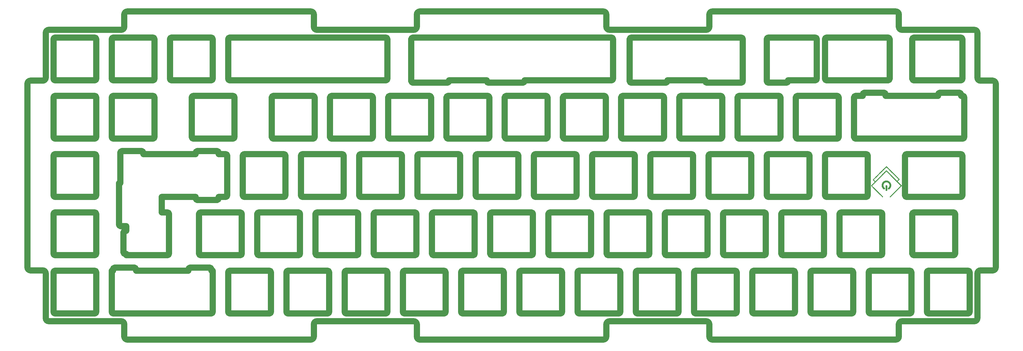
<source format=gbr>
G04 #@! TF.GenerationSoftware,KiCad,Pcbnew,(5.1.10)-1*
G04 #@! TF.CreationDate,2022-05-31T17:31:57+07:00*
G04 #@! TF.ProjectId,FR4 Plate,46523420-506c-4617-9465-2e6b69636164,rev?*
G04 #@! TF.SameCoordinates,Original*
G04 #@! TF.FileFunction,Soldermask,Top*
G04 #@! TF.FilePolarity,Negative*
%FSLAX46Y46*%
G04 Gerber Fmt 4.6, Leading zero omitted, Abs format (unit mm)*
G04 Created by KiCad (PCBNEW (5.1.10)-1) date 2022-05-31 17:31:57*
%MOMM*%
%LPD*%
G01*
G04 APERTURE LIST*
%ADD10C,2.000000*%
%ADD11C,0.010000*%
G04 APERTURE END LIST*
D10*
X-26699999Y6024999D02*
G75*
G02*
X-25699999Y5024999I0J-1000000D01*
G01*
X-86700000Y6024999D02*
X-26699999Y6024999D01*
X-87700000Y5024999D02*
G75*
G02*
X-86700000Y6024999I1000000J0D01*
G01*
X-87700000Y1024999D02*
X-87700000Y5024999D01*
X-87700001Y1024999D02*
G75*
G02*
X-88700000Y25000I-999999J0D01*
G01*
X-120400000Y24999D02*
X-88700000Y25000D01*
X-120400000Y24999D02*
G75*
G02*
X-121400000Y1024999I0J1000000D01*
G01*
X-121400000Y5024999D02*
X-121400000Y1024999D01*
X-122399999Y6025000D02*
G75*
G02*
X-121400000Y5024999I-1J-1000000D01*
G01*
X-182400000Y6024999D02*
X-122400000Y6025000D01*
X-183400000Y5024999D02*
G75*
G02*
X-182400000Y6024999I1000000J0D01*
G01*
X-183400000Y1024999D02*
X-183400000Y5024999D01*
X-183400001Y1024999D02*
G75*
G02*
X-184400000Y25000I-999999J0D01*
G01*
X-216099999Y24999D02*
X-184400000Y25000D01*
X-216099999Y24999D02*
G75*
G02*
X-217099999Y1024999I0J1000000D01*
G01*
X-217099999Y5024999D02*
X-217099999Y1024999D01*
X-218100000Y6025000D02*
G75*
G02*
X-217099999Y5024999I0J-1000001D01*
G01*
X-278099999Y6024999D02*
X-218100000Y6024999D01*
X-279100000Y5025000D02*
G75*
G02*
X-278099999Y6024999I1000000J-1D01*
G01*
X-279100000Y1024999D02*
X-279100000Y5024999D01*
X-279100001Y1025000D02*
G75*
G02*
X-280099999Y25000I-999999J-1D01*
G01*
X-303800000Y25000D02*
X-280099999Y25000D01*
X-304799999Y-975001D02*
G75*
G02*
X-303800000Y25000I1000000J1D01*
G01*
X-304800000Y-15599999D02*
X-304800000Y-975000D01*
X-304800000Y-15599999D02*
G75*
G02*
X-305800000Y-16599999I-1000000J0D01*
G01*
X-309799999Y-16599999D02*
X-305800000Y-16599999D01*
X-310800000Y-17600000D02*
G75*
G02*
X-309799999Y-16599999I1000001J0D01*
G01*
X-310799999Y-77599999D02*
X-310799999Y-17599999D01*
X-309800000Y-78600000D02*
G75*
G02*
X-310799999Y-77599999I1J1000000D01*
G01*
X-305800000Y-78600000D02*
X-309799999Y-78600000D01*
X-305800000Y-78600000D02*
G75*
G02*
X-304800000Y-79600000I0J-1000000D01*
G01*
X-304800000Y-94225000D02*
X-304800000Y-79600000D01*
X-303799998Y-95225000D02*
G75*
G02*
X-304800000Y-94225000I-1J1000001D01*
G01*
X-280099999Y-95224999D02*
X-303800000Y-95225000D01*
X-280099998Y-95224999D02*
G75*
G02*
X-279099999Y-96225000I-1J-1000000D01*
G01*
X-279099999Y-100225000D02*
X-279099999Y-96225000D01*
X-278099998Y-101224999D02*
G75*
G02*
X-279099999Y-100225000I-1J1000000D01*
G01*
X-218100000Y-101225000D02*
X-278099999Y-101225000D01*
X-217099999Y-100224999D02*
G75*
G02*
X-218100000Y-101225000I-1000001J0D01*
G01*
X-217099999Y-96225000D02*
X-217099999Y-100224999D01*
X-217099998Y-96224999D02*
G75*
G02*
X-216099999Y-95225000I999999J0D01*
G01*
X-184400000Y-95224999D02*
X-216099999Y-95225000D01*
X-184399999Y-95224999D02*
G75*
G02*
X-183400000Y-96225000I-1J-1000000D01*
G01*
X-183400000Y-100225000D02*
X-183400000Y-96225000D01*
X-182399999Y-101224999D02*
G75*
G02*
X-183400000Y-100225000I-1J1000000D01*
G01*
X-122400000Y-101225000D02*
X-182400000Y-101225000D01*
X-121400000Y-100225000D02*
G75*
G02*
X-122400000Y-101225000I-1000000J0D01*
G01*
X-121400000Y-96225000D02*
X-121400000Y-100224999D01*
X-121399999Y-96224999D02*
G75*
G02*
X-120400000Y-95225000I999999J0D01*
G01*
X-88700000Y-95225000D02*
X-120400000Y-95225000D01*
X-88699999Y-95225000D02*
G75*
G02*
X-87699999Y-96225000I0J-1000000D01*
G01*
X-87699999Y-100225000D02*
X-87699999Y-96225000D01*
X-86699999Y-101225000D02*
G75*
G02*
X-87699999Y-100225000I0J1000000D01*
G01*
X-26700000Y-101225000D02*
X-86699999Y-101225000D01*
X-25699999Y-100224999D02*
G75*
G02*
X-26700000Y-101225000I-1000001J0D01*
G01*
X-25699999Y-96225000D02*
X-25699999Y-100224999D01*
X-25699998Y-96224999D02*
G75*
G02*
X-24699999Y-95225000I999999J0D01*
G01*
X-1000000Y-95225000D02*
X-24699999Y-95225000D01*
X0Y-94225000D02*
G75*
G02*
X-1000000Y-95225000I-1000000J0D01*
G01*
X0Y-79600000D02*
X0Y-94225000D01*
X0Y-79600000D02*
G75*
G02*
X1000000Y-78600000I1000000J0D01*
G01*
X4999999Y-78600000D02*
X1000000Y-78600000D01*
X5999999Y-77600000D02*
G75*
G02*
X4999999Y-78600000I-1000000J0D01*
G01*
X5999999Y-17599999D02*
X6000000Y-77599999D01*
X4999999Y-16599999D02*
G75*
G02*
X5999999Y-17599999I0J-1000000D01*
G01*
X1000000Y-16599999D02*
X4999999Y-16599999D01*
X1000000Y-16599999D02*
G75*
G02*
X0Y-15599999I0J1000000D01*
G01*
X0Y-975000D02*
X0Y-15599999D01*
X-1000000Y25000D02*
G75*
G02*
X0Y-975000I0J-1000000D01*
G01*
X-24699999Y24999D02*
X-1000000Y24999D01*
X-24699999Y24999D02*
G75*
G02*
X-25699999Y1024999I0J1000000D01*
G01*
X-25699999Y5024999D02*
X-25699999Y1024999D01*
X-235599999Y-73150000D02*
X-235599999Y-60150000D01*
X-235099997Y-73650000D02*
G75*
G02*
X-235599999Y-73150000I-1J500001D01*
G01*
X-222099999Y-73650000D02*
X-235099999Y-73650000D01*
X-221599998Y-73149999D02*
G75*
G02*
X-222099999Y-73650000I-500001J0D01*
G01*
X-221599999Y-60150000D02*
X-221599999Y-73150000D01*
X-222099999Y-59650000D02*
G75*
G02*
X-221599999Y-60150000I0J-500000D01*
G01*
X-235099999Y-59650000D02*
X-222099999Y-59650000D01*
X-235599999Y-60150000D02*
G75*
G02*
X-235099999Y-59650000I500000J0D01*
G01*
X-212074999Y-79200000D02*
X-212074999Y-92200000D01*
X-212574997Y-78700000D02*
G75*
G02*
X-212074999Y-79200000I-1J-499999D01*
G01*
X-225574999Y-78700000D02*
X-212574999Y-78700000D01*
X-226074998Y-79199999D02*
G75*
G02*
X-225574999Y-78700000I499999J0D01*
G01*
X-226074999Y-92200000D02*
X-226074998Y-79200000D01*
X-225574999Y-92700000D02*
G75*
G02*
X-226074999Y-92200000I0J500000D01*
G01*
X-212574999Y-92700000D02*
X-225574999Y-92700000D01*
X-212074999Y-92200000D02*
G75*
G02*
X-212574999Y-92700000I-500000J0D01*
G01*
X-69199999Y-73150001D02*
G75*
G02*
X-69700000Y-73650000I-500000J1D01*
G01*
X-82699999Y-73650000D02*
X-69700000Y-73650000D01*
X-82700000Y-73650000D02*
G75*
G02*
X-83200000Y-73150000I0J500000D01*
G01*
X-83200000Y-60150000D02*
X-83200000Y-73150000D01*
X-83200000Y-60149999D02*
G75*
G02*
X-82699999Y-59650000I500000J-1D01*
G01*
X-69700000Y-59650000D02*
X-82699999Y-59650000D01*
X-69700000Y-59650000D02*
G75*
G02*
X-69200000Y-60150000I0J-500000D01*
G01*
X-69200000Y-73150000D02*
X-69200000Y-60150000D01*
X-50650000Y-73650000D02*
X-63650000Y-73650000D01*
X-50149999Y-73150001D02*
G75*
G02*
X-50650000Y-73650000I-500000J1D01*
G01*
X-50150000Y-60150000D02*
X-50150000Y-73150000D01*
X-50649999Y-59650001D02*
G75*
G02*
X-50150000Y-60150000I0J-499999D01*
G01*
X-63650000Y-59650000D02*
X-50650000Y-59650000D01*
X-64150000Y-60150000D02*
G75*
G02*
X-63650000Y-59650000I500000J0D01*
G01*
X-64150000Y-73150000D02*
X-64150000Y-60150000D01*
X-63650000Y-73650000D02*
G75*
G02*
X-64150000Y-73150000I0J500000D01*
G01*
X-257030999Y-35050000D02*
X-257030998Y-22050000D01*
X-256530998Y-35549999D02*
G75*
G02*
X-257030999Y-35050000I-1J500000D01*
G01*
X-243530999Y-35550000D02*
X-256530999Y-35550000D01*
X-243030998Y-35049999D02*
G75*
G02*
X-243530999Y-35550000I-500001J0D01*
G01*
X-243030999Y-22050000D02*
X-243030999Y-35050000D01*
X-243530999Y-21550000D02*
G75*
G02*
X-243030999Y-22050000I0J-500000D01*
G01*
X-256530999Y-21550001D02*
X-243530999Y-21549999D01*
X-257030998Y-22050000D02*
G75*
G02*
X-256530999Y-21550001I499999J0D01*
G01*
X-73675000Y-92200000D02*
X-73675000Y-79200000D01*
X-73175000Y-92700000D02*
G75*
G02*
X-73675000Y-92200000I0J500000D01*
G01*
X-60175000Y-92700000D02*
X-73175000Y-92700000D01*
X-59675000Y-92200000D02*
G75*
G02*
X-60175000Y-92700000I-500000J0D01*
G01*
X-59675000Y-79200000D02*
X-59675000Y-92200000D01*
X-60174999Y-78700001D02*
G75*
G02*
X-59675000Y-79200000I0J-499999D01*
G01*
X-73175000Y-78700000D02*
X-60175000Y-78700000D01*
X-73675000Y-79200000D02*
G75*
G02*
X-73175000Y-78700000I500000J0D01*
G01*
X-254649999Y-60150000D02*
G75*
G02*
X-254149999Y-59650000I500000J0D01*
G01*
X-241149999Y-59650000D02*
X-254149999Y-59650000D01*
X-241149997Y-59650000D02*
G75*
G02*
X-240649999Y-60150000I-1J-499999D01*
G01*
X-240649999Y-73150000D02*
X-240649999Y-60150000D01*
X-240649999Y-73150000D02*
G75*
G02*
X-241149999Y-73650000I-500000J0D01*
G01*
X-254149999Y-73649999D02*
X-241149999Y-73650000D01*
X-254149999Y-73650000D02*
G75*
G02*
X-254649999Y-73150000I0J500000D01*
G01*
X-254649999Y-60150000D02*
X-254649999Y-73150000D01*
X-111275000Y-92700000D02*
G75*
G02*
X-111775000Y-92200000I0J500000D01*
G01*
X-111775000Y-79200000D02*
X-111775000Y-92200000D01*
X-111775000Y-79200000D02*
G75*
G02*
X-111275000Y-78700000I500000J0D01*
G01*
X-98275000Y-78700000D02*
X-111275000Y-78700000D01*
X-98275000Y-78700000D02*
G75*
G02*
X-97775000Y-79200000I0J-500000D01*
G01*
X-97775000Y-92200000D02*
X-97775000Y-79200000D01*
X-97775000Y-92200000D02*
G75*
G02*
X-98275000Y-92700000I-500000J0D01*
G01*
X-111275000Y-92700000D02*
X-98275000Y-92700000D01*
X-101749998Y-73650000D02*
G75*
G02*
X-102250000Y-73150000I-1J500001D01*
G01*
X-102250000Y-60150000D02*
X-102250000Y-73150000D01*
X-102250000Y-60150000D02*
G75*
G02*
X-101750000Y-59650000I500000J0D01*
G01*
X-88750000Y-59650000D02*
X-101750000Y-59650000D01*
X-88749998Y-59650000D02*
G75*
G02*
X-88250000Y-60150000I-1J-499999D01*
G01*
X-88250000Y-73150000D02*
X-88250000Y-60150000D01*
X-88250000Y-73150000D02*
G75*
G02*
X-88750000Y-73650000I-500000J0D01*
G01*
X-101750000Y-73650000D02*
X-88750000Y-73650000D01*
X-120800000Y-73650000D02*
G75*
G02*
X-121300000Y-73150000I0J500000D01*
G01*
X-121300000Y-60150000D02*
X-121300000Y-73150000D01*
X-121300000Y-60150000D02*
G75*
G02*
X-120800000Y-59650000I500000J0D01*
G01*
X-107800000Y-59650000D02*
X-120800000Y-59650000D01*
X-107799999Y-59649999D02*
G75*
G02*
X-107300000Y-60150000I-1J-500000D01*
G01*
X-107300000Y-73150000D02*
X-107300000Y-60150000D01*
X-107300000Y-73150000D02*
G75*
G02*
X-107800000Y-73650000I-500000J0D01*
G01*
X-120800000Y-73650000D02*
X-107800000Y-73650000D01*
X-193024998Y-92200001D02*
G75*
G02*
X-193524999Y-92700000I-500000J1D01*
G01*
X-206524999Y-92699999D02*
X-193524999Y-92700000D01*
X-206524999Y-92699999D02*
G75*
G02*
X-207024998Y-92200000I0J499999D01*
G01*
X-207024998Y-79200000D02*
X-207024998Y-92200000D01*
X-207024998Y-79200001D02*
G75*
G02*
X-206524999Y-78700000I500000J1D01*
G01*
X-193524999Y-78700000D02*
X-206524999Y-78700000D01*
X-193524997Y-78700000D02*
G75*
G02*
X-193024999Y-79200000I-1J-499999D01*
G01*
X-193024999Y-92200000D02*
X-193024999Y-79200000D01*
X-5405998Y-2500000D02*
G75*
G02*
X-4905999Y-3000001I-1J-500000D01*
G01*
X-4905999Y-16000001D02*
X-4905999Y-3000001D01*
X-4905999Y-16000001D02*
G75*
G02*
X-5405999Y-16500001I-500000J0D01*
G01*
X-20788000Y-16500001D02*
X-5405999Y-16500001D01*
X-20788000Y-16500001D02*
G75*
G02*
X-21288000Y-16000001I0J500000D01*
G01*
X-21288000Y-3000001D02*
X-21288000Y-16000001D01*
X-21288000Y-3000001D02*
G75*
G02*
X-20788000Y-2500001I500000J0D01*
G01*
X-5405999Y-2500001D02*
X-20788000Y-2500001D01*
X-202549999Y-73150000D02*
G75*
G02*
X-203049999Y-73650000I-500000J0D01*
G01*
X-216049999Y-73650000D02*
X-203049999Y-73650000D01*
X-216049998Y-73649999D02*
G75*
G02*
X-216549999Y-73150000I-1J500000D01*
G01*
X-216549999Y-60150000D02*
X-216549999Y-73150000D01*
X-216549998Y-60150001D02*
G75*
G02*
X-216049999Y-59650000I500000J1D01*
G01*
X-203049999Y-59650000D02*
X-216049999Y-59650000D01*
X-203049999Y-59650000D02*
G75*
G02*
X-202549999Y-60150000I0J-500000D01*
G01*
X-202549999Y-73150000D02*
X-202549999Y-60150000D01*
X-2524999Y-92199999D02*
G75*
G02*
X-3025000Y-92700000I-500001J0D01*
G01*
X-16024999Y-92700000D02*
X-3025000Y-92700000D01*
X-16025000Y-92699999D02*
G75*
G02*
X-16524999Y-92200000I0J499999D01*
G01*
X-16524999Y-79200000D02*
X-16524999Y-92200000D01*
X-16524999Y-79199998D02*
G75*
G02*
X-16024999Y-78700000I499999J-1D01*
G01*
X-3025000Y-78700000D02*
X-16024999Y-78700000D01*
X-3024999Y-78700000D02*
G75*
G02*
X-2524999Y-79200000I0J-500000D01*
G01*
X-2524999Y-92200000D02*
X-2524999Y-79200000D01*
X-288274999Y-35050000D02*
G75*
G02*
X-288774999Y-35550000I-500000J0D01*
G01*
X-301774999Y-35550000D02*
X-288774999Y-35550000D01*
X-301774999Y-35550000D02*
G75*
G02*
X-302274999Y-35050000I0J500000D01*
G01*
X-302274998Y-22050000D02*
X-302274999Y-35050000D01*
X-302274998Y-22050000D02*
G75*
G02*
X-301774999Y-21550001I499999J0D01*
G01*
X-288774999Y-21550000D02*
X-301774999Y-21550001D01*
X-288774999Y-21549999D02*
G75*
G02*
X-288274999Y-22049999I0J-500000D01*
G01*
X-288274999Y-35050000D02*
X-288274999Y-22049999D01*
X-40337000Y-35050000D02*
X-40336999Y-22050000D01*
X-39837000Y-35550000D02*
G75*
G02*
X-40337000Y-35050000I0J500000D01*
G01*
X-4786999Y-35550000D02*
X-39837000Y-35550000D01*
X-4286999Y-35050000D02*
G75*
G02*
X-4786999Y-35550000I-500000J0D01*
G01*
X-4286999Y-22050000D02*
X-4286999Y-35050000D01*
X-4786999Y-21550000D02*
G75*
G02*
X-4286999Y-22050000I0J-500000D01*
G01*
X-5330999Y-21550001D02*
X-4787000Y-21550000D01*
X-5330999Y-21080001D02*
X-5330999Y-21550001D01*
X-5831000Y-20580000D02*
G75*
G02*
X-5330999Y-21080001I0J-500001D01*
G01*
X-12355999Y-20580001D02*
X-5830999Y-20580001D01*
X-12855999Y-21080001D02*
G75*
G02*
X-12355999Y-20580001I500000J0D01*
G01*
X-12856000Y-21550001D02*
X-12855999Y-21080001D01*
X-30006000Y-21550001D02*
X-12856000Y-21550001D01*
X-30006000Y-21080001D02*
X-30006000Y-21550001D01*
X-30506000Y-20580001D02*
G75*
G02*
X-30006000Y-21080001I0J-500000D01*
G01*
X-37031000Y-20580001D02*
X-30506000Y-20580001D01*
X-37531000Y-21080001D02*
G75*
G02*
X-37031000Y-20580001I500000J0D01*
G01*
X-37530999Y-21550001D02*
X-37531000Y-21080001D01*
X-39837000Y-21550001D02*
X-37530999Y-21550001D01*
X-40336999Y-22050000D02*
G75*
G02*
X-39837000Y-21550001I499999J0D01*
G01*
X-22074999Y-92700000D02*
X-35075000Y-92700000D01*
X-21575000Y-92199999D02*
G75*
G02*
X-22074999Y-92700000I-500000J-1D01*
G01*
X-21574999Y-79200000D02*
X-21574999Y-92200000D01*
X-22074999Y-78700000D02*
G75*
G02*
X-21574999Y-79200000I0J-500000D01*
G01*
X-35075000Y-78700000D02*
X-22074999Y-78700000D01*
X-35574999Y-79199999D02*
G75*
G02*
X-35075000Y-78700000I499999J0D01*
G01*
X-35574999Y-92200000D02*
X-35574999Y-79200000D01*
X-35074999Y-92700000D02*
G75*
G02*
X-35574999Y-92200000I0J500000D01*
G01*
X-31600000Y-59650000D02*
G75*
G02*
X-31100000Y-60150000I0J-500000D01*
G01*
X-31100000Y-73150000D02*
X-31100000Y-60150000D01*
X-31099999Y-73150001D02*
G75*
G02*
X-31600000Y-73650000I-500000J1D01*
G01*
X-44600000Y-73650000D02*
X-31600000Y-73650000D01*
X-44599998Y-73649999D02*
G75*
G02*
X-45099999Y-73150000I-1J500000D01*
G01*
X-45099999Y-60150000D02*
X-45099999Y-73150000D01*
X-45099999Y-60149999D02*
G75*
G02*
X-44600000Y-59650000I499999J0D01*
G01*
X-31600000Y-59650000D02*
X-44600000Y-59650000D01*
X-52531000Y-3000001D02*
X-52531000Y-16000001D01*
X-53031000Y-2500001D02*
G75*
G02*
X-52531000Y-3000001I0J-500000D01*
G01*
X-68413000Y-2500001D02*
X-53031000Y-2500001D01*
X-68912999Y-3000000D02*
G75*
G02*
X-68413000Y-2500001I499999J0D01*
G01*
X-68913000Y-16762001D02*
X-68913000Y-3000001D01*
X-68413000Y-17262001D02*
G75*
G02*
X-68913000Y-16762001I0J500000D01*
G01*
X-62430065Y-17262001D02*
X-68413000Y-17262001D01*
X-61930065Y-16762001D02*
G75*
G02*
X-62430065Y-17262001I-500000J0D01*
G01*
X-61930065Y-16500001D02*
X-61930065Y-16762001D01*
X-53031000Y-16500001D02*
X-61930065Y-16500001D01*
X-52530999Y-16000002D02*
G75*
G02*
X-53031000Y-16500001I-500000J1D01*
G01*
X-288274999Y-3000000D02*
X-288274999Y-16000000D01*
X-288774998Y-2499999D02*
G75*
G02*
X-288274999Y-3000000I-1J-500000D01*
G01*
X-301774999Y-2500001D02*
X-288774999Y-2499999D01*
X-302274998Y-3000000D02*
G75*
G02*
X-301774999Y-2500001I499999J0D01*
G01*
X-302274999Y-16000000D02*
X-302274998Y-3000000D01*
X-301774999Y-16500000D02*
G75*
G02*
X-302274999Y-16000000I0J500000D01*
G01*
X-288774999Y-16500000D02*
X-301774999Y-16500000D01*
X-288274999Y-16000000D02*
G75*
G02*
X-288774999Y-16500000I-500000J0D01*
G01*
X-282724999Y-2500001D02*
X-269724999Y-2500000D01*
X-283224999Y-3000001D02*
G75*
G02*
X-282724999Y-2500001I500000J0D01*
G01*
X-283224999Y-16000001D02*
X-283224999Y-3000001D01*
X-282724998Y-16500000D02*
G75*
G02*
X-283224999Y-16000001I-1J500000D01*
G01*
X-269724999Y-16500001D02*
X-282724999Y-16500001D01*
X-269224998Y-16000000D02*
G75*
G02*
X-269724999Y-16500001I-500001J0D01*
G01*
X-269224999Y-3000001D02*
X-269224999Y-16000001D01*
X-269724998Y-2500000D02*
G75*
G02*
X-269224999Y-3000001I-1J-500000D01*
G01*
X-275774999Y-77730000D02*
G75*
G02*
X-275274999Y-78230000I0J-500000D01*
G01*
X-275274999Y-78700000D02*
X-275274999Y-78230000D01*
X-258124999Y-78700000D02*
X-275274999Y-78700000D01*
X-258124999Y-78230000D02*
X-258124999Y-78700000D01*
X-258124998Y-78230001D02*
G75*
G02*
X-257624999Y-77730000I500000J1D01*
G01*
X-251099998Y-77730000D02*
X-257624999Y-77730000D01*
X-251099999Y-77730000D02*
G75*
G02*
X-250599999Y-78230000I0J-500000D01*
G01*
X-250599999Y-78700000D02*
X-250599999Y-78230000D01*
X-250174999Y-78700000D02*
X-250599999Y-78700000D01*
X-250174999Y-92200000D02*
X-250174999Y-78700000D01*
X-250174998Y-92200001D02*
G75*
G02*
X-250674999Y-92700000I-500000J1D01*
G01*
X-282724999Y-92700000D02*
X-250674999Y-92700000D01*
X-282724998Y-92700001D02*
G75*
G02*
X-283224999Y-92200000I0J500001D01*
G01*
X-283224999Y-78700000D02*
X-283224999Y-92200000D01*
X-282799999Y-78700000D02*
X-283224999Y-78700000D01*
X-282799999Y-78230000D02*
X-282799999Y-78700000D01*
X-282799999Y-78230000D02*
G75*
G02*
X-282299999Y-77730000I500000J0D01*
G01*
X-275774999Y-77730000D02*
X-282299999Y-77730000D01*
X-288274998Y-92199999D02*
G75*
G02*
X-288774999Y-92700000I-500001J0D01*
G01*
X-301774999Y-92700000D02*
X-288774999Y-92700000D01*
X-301774999Y-92700000D02*
G75*
G02*
X-302274999Y-92200000I0J500000D01*
G01*
X-302274999Y-79200000D02*
X-302274999Y-92200000D01*
X-302274999Y-79200000D02*
G75*
G02*
X-301774999Y-78700000I500000J0D01*
G01*
X-288774999Y-78700000D02*
X-301774999Y-78700000D01*
X-288774998Y-78699999D02*
G75*
G02*
X-288274999Y-79200000I-1J-500000D01*
G01*
X-288274999Y-92200000D02*
X-288274999Y-79200000D01*
X-135586999Y-35050000D02*
X-135586998Y-22050000D01*
X-135086999Y-35550000D02*
G75*
G02*
X-135586999Y-35050000I0J500000D01*
G01*
X-122087000Y-35550000D02*
X-135086999Y-35550000D01*
X-121586999Y-35050001D02*
G75*
G02*
X-122087000Y-35550000I-500000J1D01*
G01*
X-121586999Y-22050000D02*
X-121587000Y-35050000D01*
X-122086999Y-21550000D02*
G75*
G02*
X-121586999Y-22050000I0J-500000D01*
G01*
X-135086999Y-21550001D02*
X-122087000Y-21550000D01*
X-135586998Y-22050000D02*
G75*
G02*
X-135086999Y-21550001I499999J0D01*
G01*
X-21287500Y-60149999D02*
G75*
G02*
X-20787499Y-59650000I500000J-1D01*
G01*
X-7787500Y-59650000D02*
X-20787499Y-59650000D01*
X-7787500Y-59649999D02*
G75*
G02*
X-7287499Y-60150000I0J-500001D01*
G01*
X-7287499Y-73150000D02*
X-7287499Y-60150000D01*
X-7287500Y-73149999D02*
G75*
G02*
X-7787499Y-73650000I-500000J-1D01*
G01*
X-20787499Y-73650000D02*
X-7787499Y-73650000D01*
X-20787499Y-73650001D02*
G75*
G02*
X-21287500Y-73150000I0J500001D01*
G01*
X-21287500Y-60150000D02*
X-21287500Y-73150000D01*
X-49863000Y-3000001D02*
G75*
G02*
X-49363000Y-2500001I500000J0D01*
G01*
X-29219000Y-2500001D02*
X-49363000Y-2500001D01*
X-29219000Y-2500001D02*
G75*
G02*
X-28719000Y-3000001I0J-500000D01*
G01*
X-28719000Y-16000001D02*
X-28719000Y-3000001D01*
X-28719000Y-16000002D02*
G75*
G02*
X-29219000Y-16500000I-499999J1D01*
G01*
X-49363000Y-16500001D02*
X-29219000Y-16500000D01*
X-49363000Y-16500001D02*
G75*
G02*
X-49863000Y-16000001I0J500000D01*
G01*
X-49863000Y-3000001D02*
X-49863000Y-16000001D01*
X-302274999Y-41100000D02*
G75*
G02*
X-301774999Y-40600000I500000J0D01*
G01*
X-288774999Y-40600000D02*
X-301774999Y-40600000D01*
X-288774998Y-40599999D02*
G75*
G02*
X-288274999Y-41100000I-1J-500000D01*
G01*
X-288274999Y-54100000D02*
X-288274999Y-41100000D01*
X-288274999Y-54100000D02*
G75*
G02*
X-288774999Y-54600000I-500000J0D01*
G01*
X-301774999Y-54600000D02*
X-288774999Y-54600000D01*
X-301774999Y-54600000D02*
G75*
G02*
X-302274999Y-54100000I0J500000D01*
G01*
X-302274999Y-41100000D02*
X-302274999Y-54100000D01*
X-5406192Y-54599708D02*
X-23168792Y-54599991D01*
X-4906199Y-54099709D02*
G75*
G02*
X-5406192Y-54599708I-500000J1D01*
G01*
X-4906200Y-41099708D02*
X-4906199Y-54099708D01*
X-5406208Y-40599708D02*
G75*
G02*
X-4906200Y-41099708I8J-500000D01*
G01*
X-23168808Y-40599992D02*
X-5406207Y-40599708D01*
X-23668799Y-41099993D02*
G75*
G02*
X-23168808Y-40599992I500000J1D01*
G01*
X-23668800Y-54099992D02*
X-23668800Y-41099992D01*
X-23168792Y-54599992D02*
G75*
G02*
X-23668800Y-54099992I-8J500000D01*
G01*
X-145112999Y-54100000D02*
X-145112999Y-41100000D01*
X-144612999Y-54600000D02*
G75*
G02*
X-145112999Y-54100000I0J500000D01*
G01*
X-131612999Y-54600000D02*
X-144612999Y-54600000D01*
X-131112999Y-54100000D02*
G75*
G02*
X-131612999Y-54600000I-500000J0D01*
G01*
X-131112999Y-41100000D02*
X-131112999Y-54100000D01*
X-131612999Y-40600000D02*
G75*
G02*
X-131112999Y-41100000I0J-500000D01*
G01*
X-144612999Y-40600000D02*
X-131612999Y-40599999D01*
X-145112999Y-41100000D02*
G75*
G02*
X-144612999Y-40600000I500000J0D01*
G01*
X-49862999Y-41099999D02*
G75*
G02*
X-49363000Y-40600000I499999J0D01*
G01*
X-36363000Y-40599999D02*
X-49363000Y-40600000D01*
X-36362999Y-40599999D02*
G75*
G02*
X-35863000Y-41100000I-1J-500000D01*
G01*
X-35863000Y-54100000D02*
X-35863000Y-41100000D01*
X-35862999Y-54100001D02*
G75*
G02*
X-36363000Y-54600000I-500000J1D01*
G01*
X-49363000Y-54600000D02*
X-36363000Y-54600000D01*
X-49363000Y-54600000D02*
G75*
G02*
X-49863000Y-54100000I0J500000D01*
G01*
X-49863000Y-41100000D02*
X-49863000Y-54100000D01*
X-58887000Y-21550001D02*
X-45887000Y-21550000D01*
X-59386999Y-22050000D02*
G75*
G02*
X-58887000Y-21550001I499999J0D01*
G01*
X-59387000Y-35050000D02*
X-59386999Y-22050000D01*
X-58887000Y-35550000D02*
G75*
G02*
X-59387000Y-35050000I0J500000D01*
G01*
X-45887000Y-35550000D02*
X-58887000Y-35550000D01*
X-45387000Y-35050000D02*
G75*
G02*
X-45887000Y-35550000I-500000J0D01*
G01*
X-45387000Y-22050000D02*
X-45387000Y-35050000D01*
X-45887000Y-21550000D02*
G75*
G02*
X-45387000Y-22050000I0J-500000D01*
G01*
X-107013000Y-54100000D02*
X-107013000Y-41100000D01*
X-106513000Y-54600000D02*
G75*
G02*
X-107013000Y-54100000I0J500000D01*
G01*
X-93513000Y-54600000D02*
X-106512999Y-54600000D01*
X-93013000Y-54100000D02*
G75*
G02*
X-93513000Y-54600000I-500000J0D01*
G01*
X-93013000Y-41100000D02*
X-93013000Y-54100000D01*
X-93512999Y-40600001D02*
G75*
G02*
X-93013000Y-41100000I0J-499999D01*
G01*
X-106513000Y-40600000D02*
X-93513000Y-40600000D01*
X-107013000Y-41100000D02*
G75*
G02*
X-106513000Y-40600000I500000J0D01*
G01*
X-173186999Y-21550001D02*
X-160186999Y-21550000D01*
X-173686998Y-22050000D02*
G75*
G02*
X-173186999Y-21550001I499999J0D01*
G01*
X-173686999Y-35050000D02*
X-173686998Y-22050000D01*
X-173186999Y-35550000D02*
G75*
G02*
X-173686999Y-35050000I0J500000D01*
G01*
X-160186999Y-35550000D02*
X-173186999Y-35550000D01*
X-159686999Y-35050000D02*
G75*
G02*
X-160186999Y-35550000I-500000J0D01*
G01*
X-159686999Y-22050000D02*
X-159686999Y-35050000D01*
X-160186999Y-21550000D02*
G75*
G02*
X-159686999Y-22050000I0J-500000D01*
G01*
X-163662999Y-54600000D02*
G75*
G02*
X-164162999Y-54100000I0J500000D01*
G01*
X-164162999Y-41100000D02*
X-164162999Y-54100000D01*
X-164162998Y-41099999D02*
G75*
G02*
X-163662999Y-40600000I499999J0D01*
G01*
X-150662999Y-40600000D02*
X-163662999Y-40600000D01*
X-150662999Y-40600000D02*
G75*
G02*
X-150162999Y-41100000I0J-500000D01*
G01*
X-150162999Y-54100000D02*
X-150162999Y-41100000D01*
X-150162999Y-54100000D02*
G75*
G02*
X-150662999Y-54600000I-500000J0D01*
G01*
X-163662999Y-54600000D02*
X-150662999Y-54600000D01*
X-155424999Y-78700000D02*
G75*
G02*
X-154924999Y-79200000I0J-500000D01*
G01*
X-154924999Y-92200000D02*
X-154924999Y-79200000D01*
X-154924999Y-92200000D02*
G75*
G02*
X-155424999Y-92700000I-500000J0D01*
G01*
X-168424999Y-92700000D02*
X-155424999Y-92700000D01*
X-168424999Y-92700000D02*
G75*
G02*
X-168924999Y-92200000I0J500000D01*
G01*
X-168924999Y-79200000D02*
X-168924999Y-92200000D01*
X-168924998Y-79199999D02*
G75*
G02*
X-168424999Y-78700000I499999J0D01*
G01*
X-155424999Y-78700000D02*
X-168424999Y-78700000D01*
X-148180999Y-16500001D02*
X-148180999Y-16762001D01*
X-119706000Y-16500001D02*
X-148180999Y-16500001D01*
X-119206000Y-16000001D02*
G75*
G02*
X-119706000Y-16500001I-500000J0D01*
G01*
X-119206000Y-3000001D02*
X-119206000Y-16000001D01*
X-119706000Y-2500001D02*
G75*
G02*
X-119206000Y-3000001I0J-500000D01*
G01*
X-184692999Y-2500001D02*
X-119706000Y-2500001D01*
X-185192998Y-3000000D02*
G75*
G02*
X-184692999Y-2500001I499999J0D01*
G01*
X-185192999Y-16762001D02*
X-185192998Y-3000001D01*
X-184692999Y-17262001D02*
G75*
G02*
X-185192999Y-16762001I0J500000D01*
G01*
X-173380999Y-17262001D02*
X-184692999Y-17262001D01*
X-172880997Y-16762001D02*
G75*
G02*
X-173380999Y-17262001I-500001J1D01*
G01*
X-172880999Y-16500001D02*
X-172880998Y-16762001D01*
X-160492999Y-16500001D02*
X-172880999Y-16500001D01*
X-160492999Y-16762001D02*
X-160492999Y-16500001D01*
X-159992998Y-17262000D02*
G75*
G02*
X-160492999Y-16762001I-1J500000D01*
G01*
X-148680999Y-17262000D02*
X-159992999Y-17262000D01*
X-148181000Y-16762001D02*
G75*
G02*
X-148680999Y-17262000I-499999J0D01*
G01*
X-173974998Y-92200001D02*
G75*
G02*
X-174474999Y-92700000I-500000J1D01*
G01*
X-187474999Y-92700000D02*
X-174474999Y-92700000D01*
X-187474999Y-92700000D02*
G75*
G02*
X-187974999Y-92200000I0J500000D01*
G01*
X-187974999Y-79200000D02*
X-187974999Y-92200000D01*
X-187974999Y-79200000D02*
G75*
G02*
X-187474999Y-78700000I500000J0D01*
G01*
X-174474999Y-78700000D02*
X-187474999Y-78700000D01*
X-174474997Y-78700000D02*
G75*
G02*
X-173974999Y-79200000I-1J-499999D01*
G01*
X-173974999Y-92200000D02*
X-173974999Y-79200000D01*
X-74462998Y-40600000D02*
G75*
G02*
X-73963000Y-41100000I-1J-499999D01*
G01*
X-73963000Y-54100000D02*
X-73963000Y-41100000D01*
X-73962999Y-54100001D02*
G75*
G02*
X-74463000Y-54600000I-500000J1D01*
G01*
X-87463000Y-54600000D02*
X-74463000Y-54600000D01*
X-87463000Y-54600000D02*
G75*
G02*
X-87963000Y-54100000I0J500000D01*
G01*
X-87963000Y-41100000D02*
X-87963000Y-54100000D01*
X-87962999Y-41099999D02*
G75*
G02*
X-87463000Y-40600000I499999J0D01*
G01*
X-74463000Y-40600000D02*
X-87463000Y-40600000D01*
X-126063000Y-41100000D02*
G75*
G02*
X-125563000Y-40600000I500000J0D01*
G01*
X-112563000Y-40600000D02*
X-125563000Y-40600000D01*
X-112563000Y-40600000D02*
G75*
G02*
X-112063000Y-41100000I0J-500000D01*
G01*
X-112063000Y-54100000D02*
X-112063000Y-41100000D01*
X-112062999Y-54099999D02*
G75*
G02*
X-112563000Y-54600000I-500001J0D01*
G01*
X-125563000Y-54600000D02*
X-112563000Y-54600000D01*
X-125563000Y-54600000D02*
G75*
G02*
X-126063000Y-54100000I0J500000D01*
G01*
X-126063000Y-41100000D02*
X-126063000Y-54100000D01*
X-216836999Y-22050000D02*
X-216836998Y-35050000D01*
X-217336998Y-21550001D02*
G75*
G02*
X-216836999Y-22050000I0J-499999D01*
G01*
X-230336999Y-21550001D02*
X-217336999Y-21550000D01*
X-230836998Y-22050000D02*
G75*
G02*
X-230336999Y-21550001I499999J0D01*
G01*
X-230836999Y-35050000D02*
X-230836998Y-22050000D01*
X-230336999Y-35550000D02*
G75*
G02*
X-230836999Y-35050000I0J500000D01*
G01*
X-217336999Y-35550000D02*
X-230336999Y-35550000D01*
X-216836998Y-35049999D02*
G75*
G02*
X-217336999Y-35550000I-500001J0D01*
G01*
X-245124999Y-92200000D02*
X-245124999Y-79200000D01*
X-244624998Y-92700001D02*
G75*
G02*
X-245124999Y-92200000I0J500001D01*
G01*
X-231624999Y-92700000D02*
X-244624999Y-92700000D01*
X-231124999Y-92200000D02*
G75*
G02*
X-231624999Y-92700000I-500000J0D01*
G01*
X-231124999Y-79200000D02*
X-231124999Y-92200000D01*
X-231624997Y-78700000D02*
G75*
G02*
X-231124999Y-79200000I-1J-499999D01*
G01*
X-244624999Y-78700000D02*
X-231624999Y-78700000D01*
X-245124998Y-79199999D02*
G75*
G02*
X-244624999Y-78700000I499999J0D01*
G01*
X-145899999Y-73650000D02*
X-158899999Y-73650000D01*
X-145399999Y-73150000D02*
G75*
G02*
X-145899999Y-73650000I-500000J0D01*
G01*
X-145399999Y-60150000D02*
X-145399999Y-73150000D01*
X-145899999Y-59650000D02*
G75*
G02*
X-145399999Y-60150000I0J-500000D01*
G01*
X-158899999Y-59650000D02*
X-145899999Y-59650000D01*
X-159399999Y-60150000D02*
G75*
G02*
X-158899999Y-59650000I500000J0D01*
G01*
X-159399999Y-73150000D02*
X-159399999Y-60150000D01*
X-158899999Y-73650000D02*
G75*
G02*
X-159399999Y-73150000I0J500000D01*
G01*
X-135874999Y-92200000D02*
G75*
G02*
X-136374999Y-92700000I-500000J0D01*
G01*
X-149374999Y-92700000D02*
X-136374999Y-92700000D01*
X-149374997Y-92700000D02*
G75*
G02*
X-149874999Y-92200000I-1J500001D01*
G01*
X-149874999Y-79200000D02*
X-149874999Y-92200000D01*
X-149874999Y-79200000D02*
G75*
G02*
X-149374999Y-78700000I500000J0D01*
G01*
X-136374999Y-78700000D02*
X-149374999Y-78700000D01*
X-136374999Y-78700000D02*
G75*
G02*
X-135874999Y-79200000I0J-500000D01*
G01*
X-135874999Y-92200000D02*
X-135874999Y-79200000D01*
X-68913000Y-41100000D02*
G75*
G02*
X-68413000Y-40600000I500000J0D01*
G01*
X-55413000Y-40600000D02*
X-68413000Y-40600000D01*
X-55413000Y-40600000D02*
G75*
G02*
X-54913000Y-41100000I0J-500000D01*
G01*
X-54913000Y-54100000D02*
X-54913000Y-41100000D01*
X-54913000Y-54100000D02*
G75*
G02*
X-55413000Y-54600000I-500000J0D01*
G01*
X-68413000Y-54600000D02*
X-55413000Y-54600000D01*
X-68413000Y-54600000D02*
G75*
G02*
X-68913000Y-54100000I0J500000D01*
G01*
X-68913000Y-41100000D02*
X-68913000Y-54100000D01*
X-126349999Y-73150000D02*
G75*
G02*
X-126849999Y-73650000I-500000J0D01*
G01*
X-139849999Y-73650000D02*
X-126849999Y-73650000D01*
X-139849999Y-73650000D02*
G75*
G02*
X-140349999Y-73150000I0J500000D01*
G01*
X-140349999Y-60150000D02*
X-140349999Y-73150000D01*
X-140349998Y-60149999D02*
G75*
G02*
X-139849999Y-59650000I499999J0D01*
G01*
X-126849999Y-59650001D02*
X-139849999Y-59650000D01*
X-126849998Y-59650000D02*
G75*
G02*
X-126350000Y-60150000I-1J-499999D01*
G01*
X-126349999Y-73150000D02*
X-126350000Y-60150000D01*
X-130324999Y-92700000D02*
G75*
G02*
X-130824999Y-92200000I0J500000D01*
G01*
X-130824998Y-79200000D02*
X-130824999Y-92200000D01*
X-130824998Y-79200001D02*
G75*
G02*
X-130324999Y-78700000I500000J1D01*
G01*
X-117325000Y-78700000D02*
X-130324999Y-78700000D01*
X-117325000Y-78700000D02*
G75*
G02*
X-116825000Y-79200000I0J-500000D01*
G01*
X-116825000Y-92200000D02*
X-116825000Y-79200000D01*
X-116825000Y-92200000D02*
G75*
G02*
X-117325000Y-92700000I-500000J0D01*
G01*
X-130324999Y-92700000D02*
X-117325000Y-92700000D01*
X-266844999Y-59650000D02*
X-264961999Y-59650000D01*
X-266844999Y-54600000D02*
X-266844999Y-59650000D01*
X-255743999Y-54599482D02*
X-266844999Y-54600000D01*
X-255743999Y-55068000D02*
X-255743999Y-54599482D01*
X-255243999Y-55568000D02*
G75*
G02*
X-255743999Y-55068000I0J500000D01*
G01*
X-248718999Y-55568000D02*
X-255243999Y-55567999D01*
X-248218998Y-55068001D02*
G75*
G02*
X-248718999Y-55568000I-500000J1D01*
G01*
X-248218999Y-54599131D02*
X-248218999Y-55068000D01*
X-245913976Y-54599024D02*
X-248218999Y-54599131D01*
X-245413997Y-54099024D02*
G75*
G02*
X-245913976Y-54599024I-500001J1D01*
G01*
X-245413999Y-41099000D02*
X-245413998Y-54099024D01*
X-245913998Y-40598999D02*
G75*
G02*
X-245413999Y-41099000I-1J-500000D01*
G01*
X-248218999Y-40599000D02*
X-245913999Y-40598999D01*
X-248218999Y-40130000D02*
X-248218999Y-40599000D01*
X-248718999Y-39630000D02*
G75*
G02*
X-248218999Y-40130000I0J-500000D01*
G01*
X-255243999Y-39630000D02*
X-248718999Y-39629999D01*
X-255743998Y-40129999D02*
G75*
G02*
X-255243999Y-39630000I499999J0D01*
G01*
X-255743999Y-40599000D02*
X-255743999Y-40130000D01*
X-272893999Y-40599000D02*
X-255743999Y-40599000D01*
X-272893999Y-40129999D02*
X-272893999Y-40599000D01*
X-273393999Y-39629999D02*
G75*
G02*
X-272893999Y-40129999I0J-500000D01*
G01*
X-279918999Y-39630000D02*
X-273393999Y-39629999D01*
X-280418999Y-40130000D02*
G75*
G02*
X-279918999Y-39630000I500000J0D01*
G01*
X-280418999Y-50124000D02*
X-280418999Y-40130000D01*
X-280844999Y-50124000D02*
X-280418999Y-50124000D01*
X-280844999Y-63624000D02*
X-280844999Y-50124000D01*
X-280344998Y-64123999D02*
G75*
G02*
X-280844999Y-63624000I-1J500000D01*
G01*
X-278461999Y-64124000D02*
X-280344999Y-64124000D01*
X-278461999Y-65699400D02*
X-278461999Y-64124000D01*
X-278874999Y-65699400D02*
X-278461999Y-65699400D01*
X-279374999Y-66199400D02*
G75*
G02*
X-278874999Y-65699400I500000J0D01*
G01*
X-279374999Y-72724400D02*
X-279374999Y-66199400D01*
X-278874999Y-73224400D02*
G75*
G02*
X-279374999Y-72724400I0J500000D01*
G01*
X-278461999Y-73224400D02*
X-278874999Y-73224400D01*
X-278461999Y-73650000D02*
X-278461999Y-73224400D01*
X-264961999Y-73650000D02*
X-278461999Y-73650000D01*
X-264461999Y-73150000D02*
G75*
G02*
X-264961999Y-73650000I-500000J0D01*
G01*
X-264461999Y-60150000D02*
X-264461999Y-73150000D01*
X-264961998Y-59649999D02*
G75*
G02*
X-264461999Y-60150000I-1J-500000D01*
G01*
X-202262999Y-54100000D02*
X-202262999Y-41100000D01*
X-201762999Y-54600000D02*
G75*
G02*
X-202262999Y-54100000I0J500000D01*
G01*
X-188762998Y-54600000D02*
X-201762999Y-54600000D01*
X-188262999Y-54099999D02*
G75*
G02*
X-188762998Y-54600000I-500000J-1D01*
G01*
X-188262999Y-41100000D02*
X-188262999Y-54100000D01*
X-188762999Y-40600000D02*
G75*
G02*
X-188262999Y-41100000I0J-500000D01*
G01*
X-201762999Y-40600000D02*
X-188762998Y-40600000D01*
X-202262998Y-41099999D02*
G75*
G02*
X-201762999Y-40600000I499999J0D01*
G01*
X-245124999Y-16000001D02*
X-245124998Y-3000001D01*
X-244624997Y-16500001D02*
G75*
G02*
X-245124999Y-16000001I-1J500001D01*
G01*
X-193524999Y-16500001D02*
X-244624999Y-16500001D01*
X-193024998Y-16000002D02*
G75*
G02*
X-193524999Y-16500001I-500000J1D01*
G01*
X-193024999Y-3000001D02*
X-193024999Y-16000001D01*
X-193524999Y-2500001D02*
G75*
G02*
X-193024999Y-3000001I0J-500000D01*
G01*
X-244624999Y-2500001D02*
X-193524999Y-2500001D01*
X-245124998Y-3000000D02*
G75*
G02*
X-244624999Y-2500001I499999J0D01*
G01*
X-226362999Y-41100000D02*
X-226362999Y-54100000D01*
X-226862997Y-40600000D02*
G75*
G02*
X-226362999Y-41100000I-1J-499999D01*
G01*
X-239862999Y-40600000D02*
X-226862999Y-40600000D01*
X-240362998Y-41099999D02*
G75*
G02*
X-239862999Y-40600000I499999J0D01*
G01*
X-240362999Y-54100000D02*
X-240362999Y-41100000D01*
X-239862999Y-54600000D02*
G75*
G02*
X-240362999Y-54100000I0J500000D01*
G01*
X-226862999Y-54600000D02*
X-239862999Y-54600000D01*
X-226362999Y-54100000D02*
G75*
G02*
X-226862999Y-54600000I-500000J0D01*
G01*
X-83487000Y-22050000D02*
X-83487000Y-35050000D01*
X-83987000Y-21550000D02*
G75*
G02*
X-83487000Y-22050000I0J-500000D01*
G01*
X-96987000Y-21550001D02*
X-83987000Y-21549999D01*
X-97486998Y-22049999D02*
G75*
G02*
X-96987000Y-21550001I499998J0D01*
G01*
X-97487000Y-35050000D02*
X-97486999Y-22050000D01*
X-96987000Y-35550000D02*
G75*
G02*
X-97487000Y-35050000I0J500000D01*
G01*
X-83987000Y-35550000D02*
X-96987000Y-35550000D01*
X-83487000Y-35050000D02*
G75*
G02*
X-83987000Y-35550000I-500000J0D01*
G01*
X-197786998Y-22050000D02*
X-197786998Y-35050000D01*
X-198286997Y-21549999D02*
G75*
G02*
X-197786998Y-22050000I-1J-500000D01*
G01*
X-211286999Y-21550001D02*
X-198286999Y-21550000D01*
X-211786997Y-22049999D02*
G75*
G02*
X-211286999Y-21550001I499998J0D01*
G01*
X-211786999Y-35050000D02*
X-211786998Y-22050000D01*
X-211286998Y-35550001D02*
G75*
G02*
X-211786999Y-35050000I0J500001D01*
G01*
X-198286999Y-35550000D02*
X-211286999Y-35550000D01*
X-197786997Y-35050000D02*
G75*
G02*
X-198286999Y-35550000I-500001J1D01*
G01*
X-220812999Y-40600000D02*
X-207812999Y-40599999D01*
X-221312999Y-41100000D02*
G75*
G02*
X-220812999Y-40600000I500000J0D01*
G01*
X-221312999Y-54100000D02*
X-221312999Y-41100000D01*
X-220812999Y-54600000D02*
G75*
G02*
X-221312999Y-54100000I0J500000D01*
G01*
X-207812999Y-54600000D02*
X-220812999Y-54599999D01*
X-207312999Y-54100000D02*
G75*
G02*
X-207812999Y-54600000I-500000J0D01*
G01*
X-207312999Y-41100000D02*
X-207312999Y-54100000D01*
X-207812998Y-40599999D02*
G75*
G02*
X-207312999Y-41100000I-1J-500000D01*
G01*
X-169212999Y-41100000D02*
X-169212999Y-54100000D01*
X-169712999Y-40600000D02*
G75*
G02*
X-169212999Y-41100000I0J-500000D01*
G01*
X-182712999Y-40600000D02*
X-169712999Y-40600000D01*
X-183212999Y-41100000D02*
G75*
G02*
X-182712999Y-40600000I500000J0D01*
G01*
X-183212999Y-54100000D02*
X-183212999Y-41100000D01*
X-182712999Y-54600000D02*
G75*
G02*
X-183212999Y-54100000I0J500000D01*
G01*
X-169712998Y-54600000D02*
X-182712999Y-54599999D01*
X-169212998Y-54100000D02*
G75*
G02*
X-169712998Y-54600000I-500000J0D01*
G01*
X-141136999Y-21550000D02*
G75*
G02*
X-140636999Y-22050000I0J-500000D01*
G01*
X-140636999Y-35050000D02*
X-140636999Y-22050000D01*
X-140636999Y-35050000D02*
G75*
G02*
X-141136999Y-35550000I-500000J0D01*
G01*
X-154136999Y-35550000D02*
X-141136999Y-35550000D01*
X-154136999Y-35550000D02*
G75*
G02*
X-154636999Y-35050000I0J500000D01*
G01*
X-154636998Y-22050000D02*
X-154636999Y-35050000D01*
X-154636998Y-22050000D02*
G75*
G02*
X-154136999Y-21550001I499999J0D01*
G01*
X-141136999Y-21550000D02*
X-154136999Y-21550001D01*
X-178736999Y-22050000D02*
X-178736998Y-35050000D01*
X-179236999Y-21550000D02*
G75*
G02*
X-178736999Y-22050000I0J-500000D01*
G01*
X-192236999Y-21550000D02*
X-179236999Y-21549999D01*
X-192736998Y-22049999D02*
G75*
G02*
X-192236999Y-21550000I499999J0D01*
G01*
X-192736999Y-35050000D02*
X-192736998Y-22050000D01*
X-192236997Y-35550000D02*
G75*
G02*
X-192736999Y-35050000I-1J500001D01*
G01*
X-179236999Y-35550000D02*
X-192236999Y-35550000D01*
X-178736998Y-35050001D02*
G75*
G02*
X-179236999Y-35550000I-500000J1D01*
G01*
X-78725000Y-79200000D02*
X-78725000Y-92200000D01*
X-79225000Y-78700000D02*
G75*
G02*
X-78725000Y-79200000I0J-500000D01*
G01*
X-92225000Y-78700000D02*
X-79225000Y-78700000D01*
X-92725000Y-79200000D02*
G75*
G02*
X-92225000Y-78700000I500000J0D01*
G01*
X-92725000Y-92200000D02*
X-92725000Y-79200000D01*
X-92225000Y-92700000D02*
G75*
G02*
X-92725000Y-92200000I0J500000D01*
G01*
X-79225000Y-92700000D02*
X-92225000Y-92700000D01*
X-78725000Y-92200000D02*
G75*
G02*
X-79225000Y-92700000I-500000J0D01*
G01*
X-164449999Y-60150000D02*
X-164449999Y-73150000D01*
X-164949999Y-59650000D02*
G75*
G02*
X-164449999Y-60150000I0J-500000D01*
G01*
X-177949999Y-59650000D02*
X-164949999Y-59650000D01*
X-178449999Y-60150000D02*
G75*
G02*
X-177949999Y-59650000I500000J0D01*
G01*
X-178449999Y-73150000D02*
X-178449999Y-60150000D01*
X-177949998Y-73650001D02*
G75*
G02*
X-178449999Y-73150000I0J500001D01*
G01*
X-164949999Y-73650000D02*
X-177949999Y-73650000D01*
X-164449999Y-73150000D02*
G75*
G02*
X-164949999Y-73650000I-500000J0D01*
G01*
X-77244000Y-2500001D02*
G75*
G02*
X-76744000Y-3000001I0J-500000D01*
G01*
X-76744000Y-16762001D02*
X-76744000Y-3000001D01*
X-76744000Y-16762001D02*
G75*
G02*
X-77244000Y-17262001I-500000J0D01*
G01*
X-88556000Y-17262001D02*
X-77244000Y-17262001D01*
X-88556000Y-17262001D02*
G75*
G02*
X-89056000Y-16762001I0J500000D01*
G01*
X-89056000Y-16500001D02*
X-89056000Y-16762001D01*
X-101444000Y-16500001D02*
X-89056000Y-16500001D01*
X-101444000Y-16762001D02*
X-101444000Y-16500001D01*
X-101444000Y-16762001D02*
G75*
G02*
X-101944000Y-17262001I-500000J0D01*
G01*
X-113256000Y-17262001D02*
X-101944000Y-17262001D01*
X-113256000Y-17262001D02*
G75*
G02*
X-113756000Y-16762001I0J500000D01*
G01*
X-113756000Y-3000001D02*
X-113756000Y-16762001D01*
X-113755999Y-3000002D02*
G75*
G02*
X-113256000Y-2500001I500000J1D01*
G01*
X-77244000Y-2500001D02*
X-113256000Y-2500001D01*
X-116037000Y-21550001D02*
X-103037000Y-21549999D01*
X-116536998Y-22049999D02*
G75*
G02*
X-116037000Y-21550001I499998J0D01*
G01*
X-116537000Y-35050000D02*
X-116536999Y-22050000D01*
X-116037000Y-35550000D02*
G75*
G02*
X-116537000Y-35050000I0J500000D01*
G01*
X-103037000Y-35550000D02*
X-116037000Y-35550000D01*
X-102536999Y-35050001D02*
G75*
G02*
X-103037000Y-35550000I-500000J1D01*
G01*
X-102537000Y-22050000D02*
X-102537000Y-35050000D01*
X-103037000Y-21550000D02*
G75*
G02*
X-102537000Y-22050000I0J-500000D01*
G01*
X-183999997Y-59650000D02*
G75*
G02*
X-183499999Y-60150000I-1J-499999D01*
G01*
X-183499999Y-73150000D02*
X-183499999Y-60150000D01*
X-183499998Y-73149999D02*
G75*
G02*
X-183999999Y-73650000I-500001J0D01*
G01*
X-196999999Y-73650000D02*
X-183999999Y-73650000D01*
X-196999999Y-73650000D02*
G75*
G02*
X-197499999Y-73150000I0J500000D01*
G01*
X-197499999Y-60150000D02*
X-197499999Y-73150000D01*
X-197499998Y-60150001D02*
G75*
G02*
X-196999999Y-59650000I500000J1D01*
G01*
X-183999999Y-59650000D02*
X-196999999Y-59650000D01*
X-264174998Y-3000001D02*
G75*
G02*
X-263674998Y-2500001I500000J0D01*
G01*
X-250674999Y-2500001D02*
X-263674998Y-2500001D01*
X-250674999Y-2500001D02*
G75*
G02*
X-250174999Y-3000001I0J-500000D01*
G01*
X-250174999Y-16000001D02*
X-250174999Y-3000001D01*
X-250174998Y-16000000D02*
G75*
G02*
X-250674999Y-16500001I-500001J0D01*
G01*
X-263674998Y-16500001D02*
X-250674999Y-16500001D01*
X-263674998Y-16500001D02*
G75*
G02*
X-264174999Y-16000000I0J500001D01*
G01*
X-264174999Y-3000001D02*
X-264174999Y-16000000D01*
X-288274999Y-73150000D02*
G75*
G02*
X-288774999Y-73650000I-500000J0D01*
G01*
X-301774999Y-73650000D02*
X-288774999Y-73650000D01*
X-301774999Y-73650000D02*
G75*
G02*
X-302274999Y-73150000I0J500000D01*
G01*
X-302274999Y-60150000D02*
X-302274999Y-73150000D01*
X-302274998Y-60149999D02*
G75*
G02*
X-301774999Y-59650000I499999J0D01*
G01*
X-288774999Y-59650000D02*
X-301774999Y-59650000D01*
X-288774999Y-59650000D02*
G75*
G02*
X-288274999Y-60150000I0J-500000D01*
G01*
X-288274999Y-73150000D02*
X-288274999Y-60150000D01*
X-77937000Y-21550001D02*
X-64937000Y-21550000D01*
X-78436999Y-22050000D02*
G75*
G02*
X-77937000Y-21550001I499999J0D01*
G01*
X-78437000Y-35050000D02*
X-78436999Y-22050000D01*
X-77937000Y-35550000D02*
G75*
G02*
X-78437000Y-35050000I0J500000D01*
G01*
X-64937000Y-35550000D02*
X-77937000Y-35550000D01*
X-64437000Y-35050000D02*
G75*
G02*
X-64937000Y-35550000I-500000J0D01*
G01*
X-64437000Y-22050000D02*
X-64437000Y-35050000D01*
X-64937000Y-21550000D02*
G75*
G02*
X-64437000Y-22050000I0J-500000D01*
G01*
X-40624999Y-92199999D02*
G75*
G02*
X-41125000Y-92700000I-500001J0D01*
G01*
X-54125000Y-92700000D02*
X-41125000Y-92700000D01*
X-54125000Y-92700000D02*
G75*
G02*
X-54625000Y-92200000I0J500000D01*
G01*
X-54625000Y-79200000D02*
X-54625000Y-92200000D01*
X-54625000Y-79200000D02*
G75*
G02*
X-54125000Y-78700000I500000J0D01*
G01*
X-41125000Y-78700000D02*
X-54125000Y-78700000D01*
X-41125000Y-78699999D02*
G75*
G02*
X-40624999Y-79200000I0J-500001D01*
G01*
X-40624999Y-92200000D02*
X-40624999Y-79200000D01*
X-283224999Y-35050000D02*
X-283224998Y-22050000D01*
X-282724998Y-35550001D02*
G75*
G02*
X-283224999Y-35050000I0J500001D01*
G01*
X-269724999Y-35550000D02*
X-282724999Y-35550000D01*
X-269224998Y-35049999D02*
G75*
G02*
X-269724999Y-35550000I-500001J0D01*
G01*
X-269224999Y-22050000D02*
X-269224999Y-35050000D01*
X-269724998Y-21549999D02*
G75*
G02*
X-269224999Y-22050000I-1J-500000D01*
G01*
X-282724999Y-21550001D02*
X-269724999Y-21549999D01*
X-283224997Y-22049999D02*
G75*
G02*
X-282724999Y-21550001I499998J0D01*
G01*
D11*
G36*
X-28562730Y-54632098D02*
G01*
X-28595323Y-54620972D01*
X-28623391Y-54601216D01*
X-28637319Y-54585070D01*
X-28650591Y-54557730D01*
X-28657183Y-54525357D01*
X-28656426Y-54492620D01*
X-28652830Y-54476765D01*
X-28651163Y-54473847D01*
X-28647211Y-54468711D01*
X-28640770Y-54461151D01*
X-28631637Y-54450962D01*
X-28619607Y-54437938D01*
X-28604477Y-54421873D01*
X-28586043Y-54402562D01*
X-28564101Y-54379798D01*
X-28538447Y-54353376D01*
X-28508877Y-54323091D01*
X-28475187Y-54288736D01*
X-28437173Y-54250105D01*
X-28394631Y-54206994D01*
X-28347357Y-54159195D01*
X-28295148Y-54106505D01*
X-28237799Y-54048716D01*
X-28175107Y-53985623D01*
X-28106867Y-53917020D01*
X-28032876Y-53842702D01*
X-27952930Y-53762462D01*
X-27866824Y-53676096D01*
X-27774355Y-53583397D01*
X-27675319Y-53484159D01*
X-27569512Y-53378177D01*
X-27456730Y-53265246D01*
X-27336769Y-53145158D01*
X-27209425Y-53017710D01*
X-27074494Y-52882694D01*
X-26931773Y-52739905D01*
X-26869847Y-52677955D01*
X-25093887Y-50901372D01*
X-29802857Y-46192402D01*
X-32157347Y-48546897D01*
X-34511836Y-50901392D01*
X-32738663Y-52675111D01*
X-32619349Y-52794484D01*
X-32502048Y-52911884D01*
X-32387020Y-53027052D01*
X-32274525Y-53139726D01*
X-32164823Y-53249643D01*
X-32058173Y-53356544D01*
X-31954835Y-53460167D01*
X-31855069Y-53560250D01*
X-31759136Y-53656533D01*
X-31667294Y-53748754D01*
X-31579804Y-53836651D01*
X-31496925Y-53919964D01*
X-31418917Y-53998430D01*
X-31346040Y-54071790D01*
X-31278555Y-54139781D01*
X-31216720Y-54202143D01*
X-31160795Y-54258613D01*
X-31111040Y-54308931D01*
X-31067716Y-54352835D01*
X-31031082Y-54390065D01*
X-31001397Y-54420358D01*
X-30978922Y-54443454D01*
X-30963917Y-54459091D01*
X-30956640Y-54467008D01*
X-30955977Y-54467887D01*
X-30947304Y-54497092D01*
X-30947257Y-54529513D01*
X-30955171Y-54561733D01*
X-30970380Y-54590333D01*
X-30982477Y-54604098D01*
X-31009595Y-54622074D01*
X-31041904Y-54632043D01*
X-31076011Y-54633521D01*
X-31108520Y-54626024D01*
X-31115287Y-54623041D01*
X-31120727Y-54618665D01*
X-31132836Y-54607566D01*
X-31151676Y-54589679D01*
X-31177312Y-54564942D01*
X-31209809Y-54533290D01*
X-31249231Y-54494659D01*
X-31295640Y-54448987D01*
X-31349103Y-54396209D01*
X-31409682Y-54336261D01*
X-31477442Y-54269081D01*
X-31552447Y-54194604D01*
X-31634761Y-54112766D01*
X-31724448Y-54023503D01*
X-31821572Y-53926753D01*
X-31926198Y-53822452D01*
X-32038389Y-53710535D01*
X-32158209Y-53590938D01*
X-32285723Y-53463599D01*
X-32420995Y-53328454D01*
X-32564088Y-53185439D01*
X-32715068Y-53034489D01*
X-32873997Y-52875542D01*
X-32962974Y-52786536D01*
X-34787454Y-50961325D01*
X-34794341Y-50931359D01*
X-34798226Y-50906672D01*
X-34796831Y-50883928D01*
X-34794314Y-50871427D01*
X-34793284Y-50867275D01*
X-34791902Y-50863066D01*
X-34789780Y-50858397D01*
X-34786533Y-50852866D01*
X-34781773Y-50846074D01*
X-34775115Y-50837617D01*
X-34766172Y-50827094D01*
X-34754558Y-50814105D01*
X-34739886Y-50798246D01*
X-34721771Y-50779118D01*
X-34699824Y-50756318D01*
X-34673661Y-50729444D01*
X-34642895Y-50698096D01*
X-34607139Y-50661871D01*
X-34566007Y-50620369D01*
X-34519113Y-50573188D01*
X-34466070Y-50519925D01*
X-34406491Y-50460181D01*
X-34339991Y-50393552D01*
X-34266183Y-50319638D01*
X-34187377Y-50240737D01*
X-33587353Y-49640013D01*
X-33893303Y-49333186D01*
X-33950371Y-49275933D01*
X-33999908Y-49226163D01*
X-34042459Y-49183293D01*
X-34078570Y-49146741D01*
X-34108788Y-49115921D01*
X-34133657Y-49090250D01*
X-34153724Y-49069145D01*
X-34169534Y-49052022D01*
X-34181632Y-49038297D01*
X-34190565Y-49027387D01*
X-34196878Y-49018707D01*
X-34201117Y-49011676D01*
X-34203827Y-49005708D01*
X-34205555Y-49000220D01*
X-34205900Y-48998845D01*
X-34209542Y-48964441D01*
X-34204414Y-48931564D01*
X-34198228Y-48916106D01*
X-34193816Y-48911298D01*
X-34181566Y-48898655D01*
X-34161710Y-48878413D01*
X-34134485Y-48850805D01*
X-34100124Y-48816069D01*
X-34058863Y-48774440D01*
X-34010936Y-48726152D01*
X-33956577Y-48671441D01*
X-33896021Y-48610542D01*
X-33829504Y-48543692D01*
X-33757258Y-48471125D01*
X-33679520Y-48393076D01*
X-33596523Y-48309782D01*
X-33508502Y-48221477D01*
X-33415693Y-48128397D01*
X-33318329Y-48030777D01*
X-33216645Y-47928852D01*
X-33110875Y-47822859D01*
X-33001255Y-47713032D01*
X-32888019Y-47599606D01*
X-32771402Y-47482818D01*
X-32651637Y-47362902D01*
X-32528961Y-47240094D01*
X-32403607Y-47114629D01*
X-32275810Y-46986743D01*
X-32145804Y-46856670D01*
X-32031418Y-46742245D01*
X-31856204Y-46567001D01*
X-31688960Y-46399764D01*
X-31529602Y-46240450D01*
X-31378048Y-46088977D01*
X-31234213Y-45945261D01*
X-31098013Y-45809218D01*
X-30969365Y-45680766D01*
X-30848185Y-45559820D01*
X-30734389Y-45446299D01*
X-30627894Y-45340118D01*
X-30528616Y-45241194D01*
X-30436471Y-45149443D01*
X-30351374Y-45064784D01*
X-30273244Y-44987132D01*
X-30201995Y-44916403D01*
X-30137545Y-44852516D01*
X-30079809Y-44795385D01*
X-30028703Y-44744929D01*
X-29984144Y-44701064D01*
X-29946049Y-44663706D01*
X-29914333Y-44632773D01*
X-29888912Y-44608180D01*
X-29869704Y-44589845D01*
X-29856624Y-44577685D01*
X-29849588Y-44571615D01*
X-29848516Y-44570904D01*
X-29816710Y-44561974D01*
X-29781239Y-44562415D01*
X-29760044Y-44567058D01*
X-29756978Y-44569039D01*
X-29750830Y-44574153D01*
X-29741427Y-44582573D01*
X-29728597Y-44594470D01*
X-29712166Y-44610015D01*
X-29691962Y-44629381D01*
X-29667812Y-44652739D01*
X-29639544Y-44680261D01*
X-29606983Y-44712118D01*
X-29569958Y-44748482D01*
X-29528295Y-44789525D01*
X-29481822Y-44835418D01*
X-29430365Y-44886332D01*
X-29373753Y-44942440D01*
X-29311812Y-45003913D01*
X-29244369Y-45070923D01*
X-29171251Y-45143641D01*
X-29092286Y-45222240D01*
X-29007301Y-45306889D01*
X-28916122Y-45397762D01*
X-28818578Y-45495030D01*
X-28714495Y-45598864D01*
X-28603700Y-45709437D01*
X-28486020Y-45826919D01*
X-28361283Y-45951482D01*
X-28229316Y-46083299D01*
X-28089946Y-46222540D01*
X-27943000Y-46369377D01*
X-27788305Y-46523982D01*
X-27655246Y-46656981D01*
X-27522198Y-46789995D01*
X-27391537Y-46920659D01*
X-27263490Y-47048747D01*
X-27138285Y-47174031D01*
X-27016146Y-47296282D01*
X-26897303Y-47415273D01*
X-26781980Y-47530776D01*
X-26670406Y-47642564D01*
X-26562806Y-47750408D01*
X-26459408Y-47854080D01*
X-26360439Y-47953354D01*
X-26266125Y-48048001D01*
X-26176694Y-48137793D01*
X-26092371Y-48222502D01*
X-26013385Y-48301902D01*
X-25939961Y-48375763D01*
X-25872326Y-48443858D01*
X-25810708Y-48505959D01*
X-25755333Y-48561839D01*
X-25706428Y-48611269D01*
X-25664220Y-48654023D01*
X-25628935Y-48689871D01*
X-25600801Y-48718587D01*
X-25580044Y-48739942D01*
X-25566891Y-48753709D01*
X-25561569Y-48759659D01*
X-25561480Y-48759808D01*
X-25550295Y-48794582D01*
X-25550232Y-48812309D01*
X-25835898Y-48812309D01*
X-27816522Y-46831587D01*
X-27942581Y-46705537D01*
X-28066626Y-46581532D01*
X-28188414Y-46459815D01*
X-28307698Y-46340630D01*
X-28424234Y-46224221D01*
X-28537778Y-46110831D01*
X-28648084Y-46000706D01*
X-28754908Y-45894087D01*
X-28858005Y-45791220D01*
X-28957130Y-45692348D01*
X-29052038Y-45597715D01*
X-29142485Y-45507564D01*
X-29228227Y-45422141D01*
X-29309017Y-45341687D01*
X-29384611Y-45266448D01*
X-29454765Y-45196667D01*
X-29519234Y-45132588D01*
X-29577772Y-45074454D01*
X-29630136Y-45022511D01*
X-29676080Y-44977000D01*
X-29715360Y-44938167D01*
X-29747731Y-44906255D01*
X-29772947Y-44881508D01*
X-29790765Y-44864170D01*
X-29800939Y-44854485D01*
X-29803402Y-44852387D01*
X-29807788Y-44856483D01*
X-29819999Y-44868418D01*
X-29839794Y-44887953D01*
X-29866933Y-44914848D01*
X-29901177Y-44948864D01*
X-29942285Y-44989760D01*
X-29990017Y-45037296D01*
X-30044134Y-45091232D01*
X-30104394Y-45151330D01*
X-30170558Y-45217348D01*
X-30242386Y-45289048D01*
X-30319637Y-45366188D01*
X-30402073Y-45448530D01*
X-30489451Y-45535833D01*
X-30581533Y-45627858D01*
X-30678079Y-45724364D01*
X-30778848Y-45825113D01*
X-30883599Y-45929863D01*
X-30992094Y-46038375D01*
X-31104092Y-46150410D01*
X-31219353Y-46265727D01*
X-31337637Y-46384087D01*
X-31458703Y-46505250D01*
X-31582312Y-46628975D01*
X-31708223Y-46755023D01*
X-31836197Y-46883155D01*
X-31864996Y-46911992D01*
X-33920334Y-48970073D01*
X-33669549Y-49220809D01*
X-33418765Y-49471545D01*
X-31645056Y-47698033D01*
X-31489208Y-47542220D01*
X-31341292Y-47394377D01*
X-31201189Y-47254385D01*
X-31068778Y-47122124D01*
X-30943938Y-46997473D01*
X-30826549Y-46880313D01*
X-30716489Y-46770523D01*
X-30613638Y-46667985D01*
X-30517876Y-46572579D01*
X-30429081Y-46484183D01*
X-30347133Y-46402679D01*
X-30271911Y-46327947D01*
X-30203295Y-46259866D01*
X-30141163Y-46198317D01*
X-30085395Y-46143180D01*
X-30035870Y-46094336D01*
X-29992468Y-46051663D01*
X-29955068Y-46015043D01*
X-29923549Y-45984356D01*
X-29897790Y-45959481D01*
X-29877670Y-45940299D01*
X-29863070Y-45926689D01*
X-29853868Y-45918533D01*
X-29850127Y-45915766D01*
X-29825811Y-45909424D01*
X-29797191Y-45907247D01*
X-29769900Y-45909403D01*
X-29756135Y-45912982D01*
X-29750945Y-45917429D01*
X-29737920Y-45929727D01*
X-29717288Y-45949651D01*
X-29689279Y-45976971D01*
X-29654123Y-46011460D01*
X-29612047Y-46052890D01*
X-29563281Y-46101034D01*
X-29508055Y-46155664D01*
X-29446597Y-46216553D01*
X-29379137Y-46283472D01*
X-29305903Y-46356193D01*
X-29227125Y-46434490D01*
X-29143031Y-46518135D01*
X-29053852Y-46606899D01*
X-28959815Y-46700555D01*
X-28861150Y-46798875D01*
X-28758086Y-46901633D01*
X-28650852Y-47008599D01*
X-28539678Y-47119546D01*
X-28424792Y-47234247D01*
X-28306423Y-47352473D01*
X-28184801Y-47473998D01*
X-28060155Y-47598593D01*
X-28040548Y-47618196D01*
X-26341028Y-49317439D01*
X-25835898Y-48812309D01*
X-25550232Y-48812309D01*
X-25550170Y-48829615D01*
X-25553423Y-48845123D01*
X-25555216Y-48850628D01*
X-25558049Y-48856686D01*
X-25562469Y-48863880D01*
X-25569020Y-48872790D01*
X-25578247Y-48883997D01*
X-25590695Y-48898084D01*
X-25606909Y-48915630D01*
X-25627435Y-48937217D01*
X-25652817Y-48963427D01*
X-25683600Y-48994841D01*
X-25720330Y-49032039D01*
X-25763552Y-49075604D01*
X-25813810Y-49126116D01*
X-25866608Y-49179101D01*
X-26172520Y-49485955D01*
X-25497826Y-50160854D01*
X-25401968Y-50256794D01*
X-25314058Y-50344893D01*
X-25233920Y-50425329D01*
X-25161379Y-50498280D01*
X-25096261Y-50563926D01*
X-25038388Y-50622444D01*
X-24987587Y-50674014D01*
X-24943681Y-50718815D01*
X-24906494Y-50757024D01*
X-24875853Y-50788821D01*
X-24851580Y-50814385D01*
X-24833502Y-50833894D01*
X-24821441Y-50847526D01*
X-24815223Y-50855461D01*
X-24814375Y-50856974D01*
X-24806627Y-50889633D01*
X-24808317Y-50923946D01*
X-24816584Y-50949910D01*
X-24821466Y-50955777D01*
X-24834123Y-50969377D01*
X-24854243Y-50990397D01*
X-24881516Y-51018527D01*
X-24915628Y-51053455D01*
X-24956270Y-51094869D01*
X-25003129Y-51142458D01*
X-25055893Y-51195911D01*
X-25114251Y-51254916D01*
X-25177892Y-51319162D01*
X-25246503Y-51388338D01*
X-25319774Y-51462131D01*
X-25397393Y-51540231D01*
X-25479047Y-51622326D01*
X-25564427Y-51708105D01*
X-25653219Y-51797257D01*
X-25745112Y-51889469D01*
X-25839796Y-51984431D01*
X-25936958Y-52081830D01*
X-26036286Y-52181357D01*
X-26137469Y-52282698D01*
X-26240196Y-52385544D01*
X-26344155Y-52489582D01*
X-26449035Y-52594501D01*
X-26554523Y-52699989D01*
X-26660308Y-52805736D01*
X-26766079Y-52911430D01*
X-26871524Y-53016758D01*
X-26976331Y-53121411D01*
X-27080190Y-53225076D01*
X-27182787Y-53327442D01*
X-27283813Y-53428198D01*
X-27382955Y-53527033D01*
X-27479901Y-53623634D01*
X-27574340Y-53717690D01*
X-27665961Y-53808891D01*
X-27754451Y-53896924D01*
X-27839500Y-53981478D01*
X-27920796Y-54062242D01*
X-27998027Y-54138904D01*
X-28070881Y-54211153D01*
X-28139047Y-54278678D01*
X-28202214Y-54341167D01*
X-28260070Y-54398308D01*
X-28312302Y-54449791D01*
X-28358601Y-54495303D01*
X-28398654Y-54534534D01*
X-28432149Y-54567172D01*
X-28458775Y-54592906D01*
X-28478220Y-54611424D01*
X-28490174Y-54622414D01*
X-28494142Y-54625581D01*
X-28528155Y-54633874D01*
X-28562730Y-54632098D01*
G37*
X-28562730Y-54632098D02*
X-28595323Y-54620972D01*
X-28623391Y-54601216D01*
X-28637319Y-54585070D01*
X-28650591Y-54557730D01*
X-28657183Y-54525357D01*
X-28656426Y-54492620D01*
X-28652830Y-54476765D01*
X-28651163Y-54473847D01*
X-28647211Y-54468711D01*
X-28640770Y-54461151D01*
X-28631637Y-54450962D01*
X-28619607Y-54437938D01*
X-28604477Y-54421873D01*
X-28586043Y-54402562D01*
X-28564101Y-54379798D01*
X-28538447Y-54353376D01*
X-28508877Y-54323091D01*
X-28475187Y-54288736D01*
X-28437173Y-54250105D01*
X-28394631Y-54206994D01*
X-28347357Y-54159195D01*
X-28295148Y-54106505D01*
X-28237799Y-54048716D01*
X-28175107Y-53985623D01*
X-28106867Y-53917020D01*
X-28032876Y-53842702D01*
X-27952930Y-53762462D01*
X-27866824Y-53676096D01*
X-27774355Y-53583397D01*
X-27675319Y-53484159D01*
X-27569512Y-53378177D01*
X-27456730Y-53265246D01*
X-27336769Y-53145158D01*
X-27209425Y-53017710D01*
X-27074494Y-52882694D01*
X-26931773Y-52739905D01*
X-26869847Y-52677955D01*
X-25093887Y-50901372D01*
X-29802857Y-46192402D01*
X-32157347Y-48546897D01*
X-34511836Y-50901392D01*
X-32738663Y-52675111D01*
X-32619349Y-52794484D01*
X-32502048Y-52911884D01*
X-32387020Y-53027052D01*
X-32274525Y-53139726D01*
X-32164823Y-53249643D01*
X-32058173Y-53356544D01*
X-31954835Y-53460167D01*
X-31855069Y-53560250D01*
X-31759136Y-53656533D01*
X-31667294Y-53748754D01*
X-31579804Y-53836651D01*
X-31496925Y-53919964D01*
X-31418917Y-53998430D01*
X-31346040Y-54071790D01*
X-31278555Y-54139781D01*
X-31216720Y-54202143D01*
X-31160795Y-54258613D01*
X-31111040Y-54308931D01*
X-31067716Y-54352835D01*
X-31031082Y-54390065D01*
X-31001397Y-54420358D01*
X-30978922Y-54443454D01*
X-30963917Y-54459091D01*
X-30956640Y-54467008D01*
X-30955977Y-54467887D01*
X-30947304Y-54497092D01*
X-30947257Y-54529513D01*
X-30955171Y-54561733D01*
X-30970380Y-54590333D01*
X-30982477Y-54604098D01*
X-31009595Y-54622074D01*
X-31041904Y-54632043D01*
X-31076011Y-54633521D01*
X-31108520Y-54626024D01*
X-31115287Y-54623041D01*
X-31120727Y-54618665D01*
X-31132836Y-54607566D01*
X-31151676Y-54589679D01*
X-31177312Y-54564942D01*
X-31209809Y-54533290D01*
X-31249231Y-54494659D01*
X-31295640Y-54448987D01*
X-31349103Y-54396209D01*
X-31409682Y-54336261D01*
X-31477442Y-54269081D01*
X-31552447Y-54194604D01*
X-31634761Y-54112766D01*
X-31724448Y-54023503D01*
X-31821572Y-53926753D01*
X-31926198Y-53822452D01*
X-32038389Y-53710535D01*
X-32158209Y-53590938D01*
X-32285723Y-53463599D01*
X-32420995Y-53328454D01*
X-32564088Y-53185439D01*
X-32715068Y-53034489D01*
X-32873997Y-52875542D01*
X-32962974Y-52786536D01*
X-34787454Y-50961325D01*
X-34794341Y-50931359D01*
X-34798226Y-50906672D01*
X-34796831Y-50883928D01*
X-34794314Y-50871427D01*
X-34793284Y-50867275D01*
X-34791902Y-50863066D01*
X-34789780Y-50858397D01*
X-34786533Y-50852866D01*
X-34781773Y-50846074D01*
X-34775115Y-50837617D01*
X-34766172Y-50827094D01*
X-34754558Y-50814105D01*
X-34739886Y-50798246D01*
X-34721771Y-50779118D01*
X-34699824Y-50756318D01*
X-34673661Y-50729444D01*
X-34642895Y-50698096D01*
X-34607139Y-50661871D01*
X-34566007Y-50620369D01*
X-34519113Y-50573188D01*
X-34466070Y-50519925D01*
X-34406491Y-50460181D01*
X-34339991Y-50393552D01*
X-34266183Y-50319638D01*
X-34187377Y-50240737D01*
X-33587353Y-49640013D01*
X-33893303Y-49333186D01*
X-33950371Y-49275933D01*
X-33999908Y-49226163D01*
X-34042459Y-49183293D01*
X-34078570Y-49146741D01*
X-34108788Y-49115921D01*
X-34133657Y-49090250D01*
X-34153724Y-49069145D01*
X-34169534Y-49052022D01*
X-34181632Y-49038297D01*
X-34190565Y-49027387D01*
X-34196878Y-49018707D01*
X-34201117Y-49011676D01*
X-34203827Y-49005708D01*
X-34205555Y-49000220D01*
X-34205900Y-48998845D01*
X-34209542Y-48964441D01*
X-34204414Y-48931564D01*
X-34198228Y-48916106D01*
X-34193816Y-48911298D01*
X-34181566Y-48898655D01*
X-34161710Y-48878413D01*
X-34134485Y-48850805D01*
X-34100124Y-48816069D01*
X-34058863Y-48774440D01*
X-34010936Y-48726152D01*
X-33956577Y-48671441D01*
X-33896021Y-48610542D01*
X-33829504Y-48543692D01*
X-33757258Y-48471125D01*
X-33679520Y-48393076D01*
X-33596523Y-48309782D01*
X-33508502Y-48221477D01*
X-33415693Y-48128397D01*
X-33318329Y-48030777D01*
X-33216645Y-47928852D01*
X-33110875Y-47822859D01*
X-33001255Y-47713032D01*
X-32888019Y-47599606D01*
X-32771402Y-47482818D01*
X-32651637Y-47362902D01*
X-32528961Y-47240094D01*
X-32403607Y-47114629D01*
X-32275810Y-46986743D01*
X-32145804Y-46856670D01*
X-32031418Y-46742245D01*
X-31856204Y-46567001D01*
X-31688960Y-46399764D01*
X-31529602Y-46240450D01*
X-31378048Y-46088977D01*
X-31234213Y-45945261D01*
X-31098013Y-45809218D01*
X-30969365Y-45680766D01*
X-30848185Y-45559820D01*
X-30734389Y-45446299D01*
X-30627894Y-45340118D01*
X-30528616Y-45241194D01*
X-30436471Y-45149443D01*
X-30351374Y-45064784D01*
X-30273244Y-44987132D01*
X-30201995Y-44916403D01*
X-30137545Y-44852516D01*
X-30079809Y-44795385D01*
X-30028703Y-44744929D01*
X-29984144Y-44701064D01*
X-29946049Y-44663706D01*
X-29914333Y-44632773D01*
X-29888912Y-44608180D01*
X-29869704Y-44589845D01*
X-29856624Y-44577685D01*
X-29849588Y-44571615D01*
X-29848516Y-44570904D01*
X-29816710Y-44561974D01*
X-29781239Y-44562415D01*
X-29760044Y-44567058D01*
X-29756978Y-44569039D01*
X-29750830Y-44574153D01*
X-29741427Y-44582573D01*
X-29728597Y-44594470D01*
X-29712166Y-44610015D01*
X-29691962Y-44629381D01*
X-29667812Y-44652739D01*
X-29639544Y-44680261D01*
X-29606983Y-44712118D01*
X-29569958Y-44748482D01*
X-29528295Y-44789525D01*
X-29481822Y-44835418D01*
X-29430365Y-44886332D01*
X-29373753Y-44942440D01*
X-29311812Y-45003913D01*
X-29244369Y-45070923D01*
X-29171251Y-45143641D01*
X-29092286Y-45222240D01*
X-29007301Y-45306889D01*
X-28916122Y-45397762D01*
X-28818578Y-45495030D01*
X-28714495Y-45598864D01*
X-28603700Y-45709437D01*
X-28486020Y-45826919D01*
X-28361283Y-45951482D01*
X-28229316Y-46083299D01*
X-28089946Y-46222540D01*
X-27943000Y-46369377D01*
X-27788305Y-46523982D01*
X-27655246Y-46656981D01*
X-27522198Y-46789995D01*
X-27391537Y-46920659D01*
X-27263490Y-47048747D01*
X-27138285Y-47174031D01*
X-27016146Y-47296282D01*
X-26897303Y-47415273D01*
X-26781980Y-47530776D01*
X-26670406Y-47642564D01*
X-26562806Y-47750408D01*
X-26459408Y-47854080D01*
X-26360439Y-47953354D01*
X-26266125Y-48048001D01*
X-26176694Y-48137793D01*
X-26092371Y-48222502D01*
X-26013385Y-48301902D01*
X-25939961Y-48375763D01*
X-25872326Y-48443858D01*
X-25810708Y-48505959D01*
X-25755333Y-48561839D01*
X-25706428Y-48611269D01*
X-25664220Y-48654023D01*
X-25628935Y-48689871D01*
X-25600801Y-48718587D01*
X-25580044Y-48739942D01*
X-25566891Y-48753709D01*
X-25561569Y-48759659D01*
X-25561480Y-48759808D01*
X-25550295Y-48794582D01*
X-25550232Y-48812309D01*
X-25835898Y-48812309D01*
X-27816522Y-46831587D01*
X-27942581Y-46705537D01*
X-28066626Y-46581532D01*
X-28188414Y-46459815D01*
X-28307698Y-46340630D01*
X-28424234Y-46224221D01*
X-28537778Y-46110831D01*
X-28648084Y-46000706D01*
X-28754908Y-45894087D01*
X-28858005Y-45791220D01*
X-28957130Y-45692348D01*
X-29052038Y-45597715D01*
X-29142485Y-45507564D01*
X-29228227Y-45422141D01*
X-29309017Y-45341687D01*
X-29384611Y-45266448D01*
X-29454765Y-45196667D01*
X-29519234Y-45132588D01*
X-29577772Y-45074454D01*
X-29630136Y-45022511D01*
X-29676080Y-44977000D01*
X-29715360Y-44938167D01*
X-29747731Y-44906255D01*
X-29772947Y-44881508D01*
X-29790765Y-44864170D01*
X-29800939Y-44854485D01*
X-29803402Y-44852387D01*
X-29807788Y-44856483D01*
X-29819999Y-44868418D01*
X-29839794Y-44887953D01*
X-29866933Y-44914848D01*
X-29901177Y-44948864D01*
X-29942285Y-44989760D01*
X-29990017Y-45037296D01*
X-30044134Y-45091232D01*
X-30104394Y-45151330D01*
X-30170558Y-45217348D01*
X-30242386Y-45289048D01*
X-30319637Y-45366188D01*
X-30402073Y-45448530D01*
X-30489451Y-45535833D01*
X-30581533Y-45627858D01*
X-30678079Y-45724364D01*
X-30778848Y-45825113D01*
X-30883599Y-45929863D01*
X-30992094Y-46038375D01*
X-31104092Y-46150410D01*
X-31219353Y-46265727D01*
X-31337637Y-46384087D01*
X-31458703Y-46505250D01*
X-31582312Y-46628975D01*
X-31708223Y-46755023D01*
X-31836197Y-46883155D01*
X-31864996Y-46911992D01*
X-33920334Y-48970073D01*
X-33669549Y-49220809D01*
X-33418765Y-49471545D01*
X-31645056Y-47698033D01*
X-31489208Y-47542220D01*
X-31341292Y-47394377D01*
X-31201189Y-47254385D01*
X-31068778Y-47122124D01*
X-30943938Y-46997473D01*
X-30826549Y-46880313D01*
X-30716489Y-46770523D01*
X-30613638Y-46667985D01*
X-30517876Y-46572579D01*
X-30429081Y-46484183D01*
X-30347133Y-46402679D01*
X-30271911Y-46327947D01*
X-30203295Y-46259866D01*
X-30141163Y-46198317D01*
X-30085395Y-46143180D01*
X-30035870Y-46094336D01*
X-29992468Y-46051663D01*
X-29955068Y-46015043D01*
X-29923549Y-45984356D01*
X-29897790Y-45959481D01*
X-29877670Y-45940299D01*
X-29863070Y-45926689D01*
X-29853868Y-45918533D01*
X-29850127Y-45915766D01*
X-29825811Y-45909424D01*
X-29797191Y-45907247D01*
X-29769900Y-45909403D01*
X-29756135Y-45912982D01*
X-29750945Y-45917429D01*
X-29737920Y-45929727D01*
X-29717288Y-45949651D01*
X-29689279Y-45976971D01*
X-29654123Y-46011460D01*
X-29612047Y-46052890D01*
X-29563281Y-46101034D01*
X-29508055Y-46155664D01*
X-29446597Y-46216553D01*
X-29379137Y-46283472D01*
X-29305903Y-46356193D01*
X-29227125Y-46434490D01*
X-29143031Y-46518135D01*
X-29053852Y-46606899D01*
X-28959815Y-46700555D01*
X-28861150Y-46798875D01*
X-28758086Y-46901633D01*
X-28650852Y-47008599D01*
X-28539678Y-47119546D01*
X-28424792Y-47234247D01*
X-28306423Y-47352473D01*
X-28184801Y-47473998D01*
X-28060155Y-47598593D01*
X-28040548Y-47618196D01*
X-26341028Y-49317439D01*
X-25835898Y-48812309D01*
X-25550232Y-48812309D01*
X-25550170Y-48829615D01*
X-25553423Y-48845123D01*
X-25555216Y-48850628D01*
X-25558049Y-48856686D01*
X-25562469Y-48863880D01*
X-25569020Y-48872790D01*
X-25578247Y-48883997D01*
X-25590695Y-48898084D01*
X-25606909Y-48915630D01*
X-25627435Y-48937217D01*
X-25652817Y-48963427D01*
X-25683600Y-48994841D01*
X-25720330Y-49032039D01*
X-25763552Y-49075604D01*
X-25813810Y-49126116D01*
X-25866608Y-49179101D01*
X-26172520Y-49485955D01*
X-25497826Y-50160854D01*
X-25401968Y-50256794D01*
X-25314058Y-50344893D01*
X-25233920Y-50425329D01*
X-25161379Y-50498280D01*
X-25096261Y-50563926D01*
X-25038388Y-50622444D01*
X-24987587Y-50674014D01*
X-24943681Y-50718815D01*
X-24906494Y-50757024D01*
X-24875853Y-50788821D01*
X-24851580Y-50814385D01*
X-24833502Y-50833894D01*
X-24821441Y-50847526D01*
X-24815223Y-50855461D01*
X-24814375Y-50856974D01*
X-24806627Y-50889633D01*
X-24808317Y-50923946D01*
X-24816584Y-50949910D01*
X-24821466Y-50955777D01*
X-24834123Y-50969377D01*
X-24854243Y-50990397D01*
X-24881516Y-51018527D01*
X-24915628Y-51053455D01*
X-24956270Y-51094869D01*
X-25003129Y-51142458D01*
X-25055893Y-51195911D01*
X-25114251Y-51254916D01*
X-25177892Y-51319162D01*
X-25246503Y-51388338D01*
X-25319774Y-51462131D01*
X-25397393Y-51540231D01*
X-25479047Y-51622326D01*
X-25564427Y-51708105D01*
X-25653219Y-51797257D01*
X-25745112Y-51889469D01*
X-25839796Y-51984431D01*
X-25936958Y-52081830D01*
X-26036286Y-52181357D01*
X-26137469Y-52282698D01*
X-26240196Y-52385544D01*
X-26344155Y-52489582D01*
X-26449035Y-52594501D01*
X-26554523Y-52699989D01*
X-26660308Y-52805736D01*
X-26766079Y-52911430D01*
X-26871524Y-53016758D01*
X-26976331Y-53121411D01*
X-27080190Y-53225076D01*
X-27182787Y-53327442D01*
X-27283813Y-53428198D01*
X-27382955Y-53527033D01*
X-27479901Y-53623634D01*
X-27574340Y-53717690D01*
X-27665961Y-53808891D01*
X-27754451Y-53896924D01*
X-27839500Y-53981478D01*
X-27920796Y-54062242D01*
X-27998027Y-54138904D01*
X-28070881Y-54211153D01*
X-28139047Y-54278678D01*
X-28202214Y-54341167D01*
X-28260070Y-54398308D01*
X-28312302Y-54449791D01*
X-28358601Y-54495303D01*
X-28398654Y-54534534D01*
X-28432149Y-54567172D01*
X-28458775Y-54592906D01*
X-28478220Y-54611424D01*
X-28490174Y-54622414D01*
X-28494142Y-54625581D01*
X-28528155Y-54633874D01*
X-28562730Y-54632098D01*
G36*
X-30629658Y-52044898D02*
G01*
X-30677834Y-52027656D01*
X-30702924Y-52013386D01*
X-30734037Y-51991816D01*
X-30769634Y-51964199D01*
X-30808176Y-51931788D01*
X-30848124Y-51895834D01*
X-30887941Y-51857593D01*
X-30893329Y-51852215D01*
X-30963265Y-51778206D01*
X-31024599Y-51704513D01*
X-31079435Y-51628211D01*
X-31129873Y-51546373D01*
X-31178015Y-51456073D01*
X-31178432Y-51455238D01*
X-31231540Y-51336118D01*
X-31274010Y-51213394D01*
X-31305767Y-51087787D01*
X-31326735Y-50960021D01*
X-31336840Y-50830818D01*
X-31336006Y-50700902D01*
X-31324158Y-50570994D01*
X-31301222Y-50441818D01*
X-31288932Y-50390539D01*
X-31257633Y-50287179D01*
X-31216972Y-50182072D01*
X-31168194Y-50077696D01*
X-31112543Y-49976526D01*
X-31051263Y-49881041D01*
X-30995107Y-49805483D01*
X-30968196Y-49773683D01*
X-30934836Y-49737206D01*
X-30897487Y-49698510D01*
X-30858610Y-49660056D01*
X-30820665Y-49624304D01*
X-30786111Y-49593715D01*
X-30770337Y-49580694D01*
X-30677567Y-49512514D01*
X-30577647Y-49450030D01*
X-30472616Y-49394213D01*
X-30364513Y-49346033D01*
X-30255376Y-49306459D01*
X-30147244Y-49276462D01*
X-30116786Y-49269779D01*
X-30039015Y-49256155D01*
X-29956390Y-49245993D01*
X-29872449Y-49239540D01*
X-29790725Y-49237039D01*
X-29714756Y-49238736D01*
X-29691077Y-49240296D01*
X-29570796Y-49254362D01*
X-29453326Y-49277719D01*
X-29339005Y-49309825D01*
X-29214387Y-49355489D01*
X-29095661Y-49410698D01*
X-28983205Y-49475002D01*
X-28877397Y-49547951D01*
X-28778617Y-49629092D01*
X-28687243Y-49717975D01*
X-28603654Y-49814151D01*
X-28528227Y-49917167D01*
X-28461343Y-50026573D01*
X-28403378Y-50141918D01*
X-28354712Y-50262752D01*
X-28315724Y-50388624D01*
X-28286791Y-50519083D01*
X-28278010Y-50573191D01*
X-28273415Y-50614622D01*
X-28270166Y-50664535D01*
X-28268264Y-50720074D01*
X-28267710Y-50778385D01*
X-28268505Y-50836612D01*
X-28270648Y-50891901D01*
X-28274142Y-50941396D01*
X-28277916Y-50974954D01*
X-28301825Y-51106671D01*
X-28336355Y-51234811D01*
X-28381273Y-51358817D01*
X-28436344Y-51478130D01*
X-28501336Y-51592193D01*
X-28576013Y-51700449D01*
X-28589175Y-51717618D01*
X-28620756Y-51756045D01*
X-28657010Y-51796489D01*
X-28696486Y-51837614D01*
X-28737735Y-51878085D01*
X-28779306Y-51916566D01*
X-28819749Y-51951721D01*
X-28857615Y-51982215D01*
X-28891454Y-52006712D01*
X-28919815Y-52023877D01*
X-28923842Y-52025899D01*
X-28973492Y-52043864D01*
X-29024994Y-52051247D01*
X-29076604Y-52048223D01*
X-29126580Y-52034965D01*
X-29173180Y-52011644D01*
X-29190652Y-51999409D01*
X-29215181Y-51976243D01*
X-29239280Y-51945907D01*
X-29260159Y-51912396D01*
X-29275026Y-51879709D01*
X-29275809Y-51877438D01*
X-29286096Y-51829968D01*
X-29286942Y-51779610D01*
X-29278741Y-51729270D01*
X-29261884Y-51681859D01*
X-29245400Y-51652354D01*
X-29232387Y-51636054D01*
X-29213478Y-51616433D01*
X-29192020Y-51596877D01*
X-29183904Y-51590174D01*
X-29151415Y-51562562D01*
X-29115450Y-51529234D01*
X-29078190Y-51492445D01*
X-29041812Y-51454451D01*
X-29008494Y-51417508D01*
X-28980415Y-51383870D01*
X-28965208Y-51363730D01*
X-28917067Y-51288087D01*
X-28874213Y-51204891D01*
X-28838001Y-51117307D01*
X-28809785Y-51028497D01*
X-28795464Y-50967033D01*
X-28787768Y-50917039D01*
X-28782395Y-50859759D01*
X-28779494Y-50799112D01*
X-28779216Y-50739019D01*
X-28781711Y-50683399D01*
X-28783763Y-50661013D01*
X-28800926Y-50556233D01*
X-28828948Y-50454266D01*
X-28867466Y-50355844D01*
X-28916114Y-50261702D01*
X-28974528Y-50172575D01*
X-29042343Y-50089195D01*
X-29094975Y-50034870D01*
X-29173150Y-49967421D01*
X-29258940Y-49907603D01*
X-29350846Y-49856173D01*
X-29447368Y-49813890D01*
X-29547006Y-49781513D01*
X-29634471Y-49762094D01*
X-29668868Y-49757574D01*
X-29711225Y-49754273D01*
X-29758551Y-49752220D01*
X-29807852Y-49751446D01*
X-29856136Y-49751980D01*
X-29900411Y-49753851D01*
X-29937684Y-49757088D01*
X-29951258Y-49758980D01*
X-30058108Y-49781893D01*
X-30160774Y-49814990D01*
X-30258598Y-49857837D01*
X-30350922Y-49909997D01*
X-30437087Y-49971035D01*
X-30516435Y-50040517D01*
X-30588308Y-50118006D01*
X-30652046Y-50203068D01*
X-30673469Y-50236427D01*
X-30693172Y-50270862D01*
X-30714469Y-50312077D01*
X-30735549Y-50356238D01*
X-30754599Y-50399510D01*
X-30769809Y-50438057D01*
X-30773086Y-50447342D01*
X-30801528Y-50548101D01*
X-30819160Y-50651135D01*
X-30826090Y-50755389D01*
X-30822424Y-50859803D01*
X-30808271Y-50963322D01*
X-30783739Y-51064886D01*
X-30748934Y-51163440D01*
X-30703966Y-51257924D01*
X-30687566Y-51286925D01*
X-30641674Y-51358785D01*
X-30591924Y-51424159D01*
X-30536129Y-51485591D01*
X-30472101Y-51545626D01*
X-30446058Y-51567852D01*
X-30421092Y-51589397D01*
X-30397637Y-51610930D01*
X-30377963Y-51630278D01*
X-30364341Y-51645269D01*
X-30362012Y-51648265D01*
X-30339316Y-51687818D01*
X-30323794Y-51733192D01*
X-30316104Y-51781025D01*
X-30316905Y-51827952D01*
X-30321670Y-51854016D01*
X-30339961Y-51904624D01*
X-30366530Y-51948810D01*
X-30400123Y-51985965D01*
X-30439490Y-52015477D01*
X-30483379Y-52036736D01*
X-30530538Y-52049133D01*
X-30579715Y-52052057D01*
X-30629658Y-52044898D01*
G37*
X-30629658Y-52044898D02*
X-30677834Y-52027656D01*
X-30702924Y-52013386D01*
X-30734037Y-51991816D01*
X-30769634Y-51964199D01*
X-30808176Y-51931788D01*
X-30848124Y-51895834D01*
X-30887941Y-51857593D01*
X-30893329Y-51852215D01*
X-30963265Y-51778206D01*
X-31024599Y-51704513D01*
X-31079435Y-51628211D01*
X-31129873Y-51546373D01*
X-31178015Y-51456073D01*
X-31178432Y-51455238D01*
X-31231540Y-51336118D01*
X-31274010Y-51213394D01*
X-31305767Y-51087787D01*
X-31326735Y-50960021D01*
X-31336840Y-50830818D01*
X-31336006Y-50700902D01*
X-31324158Y-50570994D01*
X-31301222Y-50441818D01*
X-31288932Y-50390539D01*
X-31257633Y-50287179D01*
X-31216972Y-50182072D01*
X-31168194Y-50077696D01*
X-31112543Y-49976526D01*
X-31051263Y-49881041D01*
X-30995107Y-49805483D01*
X-30968196Y-49773683D01*
X-30934836Y-49737206D01*
X-30897487Y-49698510D01*
X-30858610Y-49660056D01*
X-30820665Y-49624304D01*
X-30786111Y-49593715D01*
X-30770337Y-49580694D01*
X-30677567Y-49512514D01*
X-30577647Y-49450030D01*
X-30472616Y-49394213D01*
X-30364513Y-49346033D01*
X-30255376Y-49306459D01*
X-30147244Y-49276462D01*
X-30116786Y-49269779D01*
X-30039015Y-49256155D01*
X-29956390Y-49245993D01*
X-29872449Y-49239540D01*
X-29790725Y-49237039D01*
X-29714756Y-49238736D01*
X-29691077Y-49240296D01*
X-29570796Y-49254362D01*
X-29453326Y-49277719D01*
X-29339005Y-49309825D01*
X-29214387Y-49355489D01*
X-29095661Y-49410698D01*
X-28983205Y-49475002D01*
X-28877397Y-49547951D01*
X-28778617Y-49629092D01*
X-28687243Y-49717975D01*
X-28603654Y-49814151D01*
X-28528227Y-49917167D01*
X-28461343Y-50026573D01*
X-28403378Y-50141918D01*
X-28354712Y-50262752D01*
X-28315724Y-50388624D01*
X-28286791Y-50519083D01*
X-28278010Y-50573191D01*
X-28273415Y-50614622D01*
X-28270166Y-50664535D01*
X-28268264Y-50720074D01*
X-28267710Y-50778385D01*
X-28268505Y-50836612D01*
X-28270648Y-50891901D01*
X-28274142Y-50941396D01*
X-28277916Y-50974954D01*
X-28301825Y-51106671D01*
X-28336355Y-51234811D01*
X-28381273Y-51358817D01*
X-28436344Y-51478130D01*
X-28501336Y-51592193D01*
X-28576013Y-51700449D01*
X-28589175Y-51717618D01*
X-28620756Y-51756045D01*
X-28657010Y-51796489D01*
X-28696486Y-51837614D01*
X-28737735Y-51878085D01*
X-28779306Y-51916566D01*
X-28819749Y-51951721D01*
X-28857615Y-51982215D01*
X-28891454Y-52006712D01*
X-28919815Y-52023877D01*
X-28923842Y-52025899D01*
X-28973492Y-52043864D01*
X-29024994Y-52051247D01*
X-29076604Y-52048223D01*
X-29126580Y-52034965D01*
X-29173180Y-52011644D01*
X-29190652Y-51999409D01*
X-29215181Y-51976243D01*
X-29239280Y-51945907D01*
X-29260159Y-51912396D01*
X-29275026Y-51879709D01*
X-29275809Y-51877438D01*
X-29286096Y-51829968D01*
X-29286942Y-51779610D01*
X-29278741Y-51729270D01*
X-29261884Y-51681859D01*
X-29245400Y-51652354D01*
X-29232387Y-51636054D01*
X-29213478Y-51616433D01*
X-29192020Y-51596877D01*
X-29183904Y-51590174D01*
X-29151415Y-51562562D01*
X-29115450Y-51529234D01*
X-29078190Y-51492445D01*
X-29041812Y-51454451D01*
X-29008494Y-51417508D01*
X-28980415Y-51383870D01*
X-28965208Y-51363730D01*
X-28917067Y-51288087D01*
X-28874213Y-51204891D01*
X-28838001Y-51117307D01*
X-28809785Y-51028497D01*
X-28795464Y-50967033D01*
X-28787768Y-50917039D01*
X-28782395Y-50859759D01*
X-28779494Y-50799112D01*
X-28779216Y-50739019D01*
X-28781711Y-50683399D01*
X-28783763Y-50661013D01*
X-28800926Y-50556233D01*
X-28828948Y-50454266D01*
X-28867466Y-50355844D01*
X-28916114Y-50261702D01*
X-28974528Y-50172575D01*
X-29042343Y-50089195D01*
X-29094975Y-50034870D01*
X-29173150Y-49967421D01*
X-29258940Y-49907603D01*
X-29350846Y-49856173D01*
X-29447368Y-49813890D01*
X-29547006Y-49781513D01*
X-29634471Y-49762094D01*
X-29668868Y-49757574D01*
X-29711225Y-49754273D01*
X-29758551Y-49752220D01*
X-29807852Y-49751446D01*
X-29856136Y-49751980D01*
X-29900411Y-49753851D01*
X-29937684Y-49757088D01*
X-29951258Y-49758980D01*
X-30058108Y-49781893D01*
X-30160774Y-49814990D01*
X-30258598Y-49857837D01*
X-30350922Y-49909997D01*
X-30437087Y-49971035D01*
X-30516435Y-50040517D01*
X-30588308Y-50118006D01*
X-30652046Y-50203068D01*
X-30673469Y-50236427D01*
X-30693172Y-50270862D01*
X-30714469Y-50312077D01*
X-30735549Y-50356238D01*
X-30754599Y-50399510D01*
X-30769809Y-50438057D01*
X-30773086Y-50447342D01*
X-30801528Y-50548101D01*
X-30819160Y-50651135D01*
X-30826090Y-50755389D01*
X-30822424Y-50859803D01*
X-30808271Y-50963322D01*
X-30783739Y-51064886D01*
X-30748934Y-51163440D01*
X-30703966Y-51257924D01*
X-30687566Y-51286925D01*
X-30641674Y-51358785D01*
X-30591924Y-51424159D01*
X-30536129Y-51485591D01*
X-30472101Y-51545626D01*
X-30446058Y-51567852D01*
X-30421092Y-51589397D01*
X-30397637Y-51610930D01*
X-30377963Y-51630278D01*
X-30364341Y-51645269D01*
X-30362012Y-51648265D01*
X-30339316Y-51687818D01*
X-30323794Y-51733192D01*
X-30316104Y-51781025D01*
X-30316905Y-51827952D01*
X-30321670Y-51854016D01*
X-30339961Y-51904624D01*
X-30366530Y-51948810D01*
X-30400123Y-51985965D01*
X-30439490Y-52015477D01*
X-30483379Y-52036736D01*
X-30530538Y-52049133D01*
X-30579715Y-52052057D01*
X-30629658Y-52044898D01*
G36*
X-29848713Y-52560956D02*
G01*
X-29890620Y-52549497D01*
X-29901880Y-52544937D01*
X-29945014Y-52520317D01*
X-29983513Y-52487434D01*
X-30015400Y-52448461D01*
X-30038699Y-52405573D01*
X-30045377Y-52387145D01*
X-30047108Y-52381309D01*
X-30048656Y-52375201D01*
X-30050030Y-52368182D01*
X-30051241Y-52359614D01*
X-30052299Y-52348857D01*
X-30053213Y-52335273D01*
X-30053995Y-52318222D01*
X-30054654Y-52297066D01*
X-30055201Y-52271165D01*
X-30055645Y-52239880D01*
X-30055996Y-52202573D01*
X-30056265Y-52158605D01*
X-30056463Y-52107336D01*
X-30056598Y-52048127D01*
X-30056682Y-51980340D01*
X-30056723Y-51903336D01*
X-30056734Y-51816474D01*
X-30056723Y-51719118D01*
X-30056714Y-51672780D01*
X-30056643Y-51564031D01*
X-30056479Y-51463335D01*
X-30056224Y-51371020D01*
X-30055881Y-51287409D01*
X-30055453Y-51212828D01*
X-30054943Y-51147601D01*
X-30054352Y-51092054D01*
X-30053684Y-51046510D01*
X-30052942Y-51011296D01*
X-30052127Y-50986735D01*
X-30051244Y-50973154D01*
X-30050924Y-50971078D01*
X-30037252Y-50930297D01*
X-30015071Y-50892034D01*
X-29986967Y-50858005D01*
X-29955740Y-50827941D01*
X-29925268Y-50806280D01*
X-29892129Y-50790798D01*
X-29874593Y-50785004D01*
X-29841788Y-50778538D01*
X-29804008Y-50776153D01*
X-29765894Y-50777799D01*
X-29732092Y-50783430D01*
X-29721312Y-50786614D01*
X-29674160Y-50808747D01*
X-29632526Y-50839925D01*
X-29597686Y-50878599D01*
X-29570921Y-50923217D01*
X-29553510Y-50972228D01*
X-29549028Y-50995573D01*
X-29548139Y-51007668D01*
X-29547325Y-51030256D01*
X-29546586Y-51062423D01*
X-29545922Y-51103254D01*
X-29545333Y-51151835D01*
X-29544819Y-51207252D01*
X-29544379Y-51268590D01*
X-29544014Y-51334935D01*
X-29543723Y-51405372D01*
X-29543507Y-51478988D01*
X-29543365Y-51554868D01*
X-29543298Y-51632098D01*
X-29543305Y-51709763D01*
X-29543386Y-51786948D01*
X-29543541Y-51862741D01*
X-29543770Y-51936225D01*
X-29544074Y-52006488D01*
X-29544451Y-52072614D01*
X-29544903Y-52133689D01*
X-29545428Y-52188799D01*
X-29546027Y-52237030D01*
X-29546700Y-52277467D01*
X-29547446Y-52309196D01*
X-29548266Y-52331302D01*
X-29549123Y-52342629D01*
X-29562068Y-52394104D01*
X-29584781Y-52441069D01*
X-29616111Y-52482346D01*
X-29654905Y-52516753D01*
X-29700011Y-52543111D01*
X-29750279Y-52560240D01*
X-29764257Y-52563072D01*
X-29804926Y-52565700D01*
X-29848713Y-52560956D01*
G37*
X-29848713Y-52560956D02*
X-29890620Y-52549497D01*
X-29901880Y-52544937D01*
X-29945014Y-52520317D01*
X-29983513Y-52487434D01*
X-30015400Y-52448461D01*
X-30038699Y-52405573D01*
X-30045377Y-52387145D01*
X-30047108Y-52381309D01*
X-30048656Y-52375201D01*
X-30050030Y-52368182D01*
X-30051241Y-52359614D01*
X-30052299Y-52348857D01*
X-30053213Y-52335273D01*
X-30053995Y-52318222D01*
X-30054654Y-52297066D01*
X-30055201Y-52271165D01*
X-30055645Y-52239880D01*
X-30055996Y-52202573D01*
X-30056265Y-52158605D01*
X-30056463Y-52107336D01*
X-30056598Y-52048127D01*
X-30056682Y-51980340D01*
X-30056723Y-51903336D01*
X-30056734Y-51816474D01*
X-30056723Y-51719118D01*
X-30056714Y-51672780D01*
X-30056643Y-51564031D01*
X-30056479Y-51463335D01*
X-30056224Y-51371020D01*
X-30055881Y-51287409D01*
X-30055453Y-51212828D01*
X-30054943Y-51147601D01*
X-30054352Y-51092054D01*
X-30053684Y-51046510D01*
X-30052942Y-51011296D01*
X-30052127Y-50986735D01*
X-30051244Y-50973154D01*
X-30050924Y-50971078D01*
X-30037252Y-50930297D01*
X-30015071Y-50892034D01*
X-29986967Y-50858005D01*
X-29955740Y-50827941D01*
X-29925268Y-50806280D01*
X-29892129Y-50790798D01*
X-29874593Y-50785004D01*
X-29841788Y-50778538D01*
X-29804008Y-50776153D01*
X-29765894Y-50777799D01*
X-29732092Y-50783430D01*
X-29721312Y-50786614D01*
X-29674160Y-50808747D01*
X-29632526Y-50839925D01*
X-29597686Y-50878599D01*
X-29570921Y-50923217D01*
X-29553510Y-50972228D01*
X-29549028Y-50995573D01*
X-29548139Y-51007668D01*
X-29547325Y-51030256D01*
X-29546586Y-51062423D01*
X-29545922Y-51103254D01*
X-29545333Y-51151835D01*
X-29544819Y-51207252D01*
X-29544379Y-51268590D01*
X-29544014Y-51334935D01*
X-29543723Y-51405372D01*
X-29543507Y-51478988D01*
X-29543365Y-51554868D01*
X-29543298Y-51632098D01*
X-29543305Y-51709763D01*
X-29543386Y-51786948D01*
X-29543541Y-51862741D01*
X-29543770Y-51936225D01*
X-29544074Y-52006488D01*
X-29544451Y-52072614D01*
X-29544903Y-52133689D01*
X-29545428Y-52188799D01*
X-29546027Y-52237030D01*
X-29546700Y-52277467D01*
X-29547446Y-52309196D01*
X-29548266Y-52331302D01*
X-29549123Y-52342629D01*
X-29562068Y-52394104D01*
X-29584781Y-52441069D01*
X-29616111Y-52482346D01*
X-29654905Y-52516753D01*
X-29700011Y-52543111D01*
X-29750279Y-52560240D01*
X-29764257Y-52563072D01*
X-29804926Y-52565700D01*
X-29848713Y-52560956D01*
M02*

</source>
